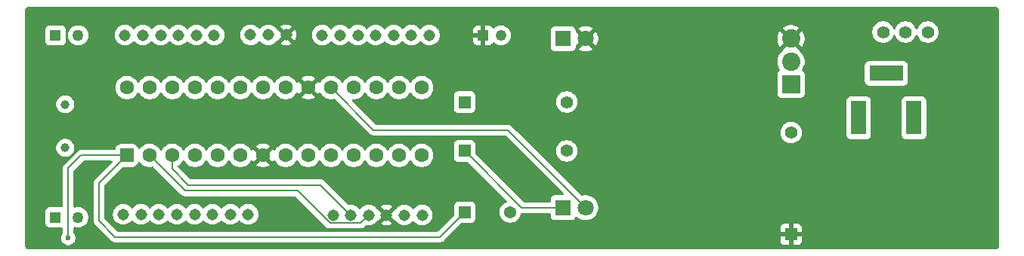
<source format=gbl>
G04 #@! TF.GenerationSoftware,KiCad,Pcbnew,9.0.3*
G04 #@! TF.CreationDate,2025-08-08T01:44:59-07:00*
G04 #@! TF.ProjectId,Untitled,556e7469-746c-4656-942e-6b696361645f,rev?*
G04 #@! TF.SameCoordinates,Original*
G04 #@! TF.FileFunction,Copper,L2,Bot*
G04 #@! TF.FilePolarity,Positive*
%FSLAX46Y46*%
G04 Gerber Fmt 4.6, Leading zero omitted, Abs format (unit mm)*
G04 Created by KiCad (PCBNEW 9.0.3) date 2025-08-08 01:44:59*
%MOMM*%
%LPD*%
G01*
G04 APERTURE LIST*
G04 Aperture macros list*
%AMRoundRect*
0 Rectangle with rounded corners*
0 $1 Rounding radius*
0 $2 $3 $4 $5 $6 $7 $8 $9 X,Y pos of 4 corners*
0 Add a 4 corners polygon primitive as box body*
4,1,4,$2,$3,$4,$5,$6,$7,$8,$9,$2,$3,0*
0 Add four circle primitives for the rounded corners*
1,1,$1+$1,$2,$3*
1,1,$1+$1,$4,$5*
1,1,$1+$1,$6,$7*
1,1,$1+$1,$8,$9*
0 Add four rect primitives between the rounded corners*
20,1,$1+$1,$2,$3,$4,$5,0*
20,1,$1+$1,$4,$5,$6,$7,0*
20,1,$1+$1,$6,$7,$8,$9,0*
20,1,$1+$1,$8,$9,$2,$3,0*%
G04 Aperture macros list end*
G04 #@! TA.AperFunction,ComponentPad*
%ADD10R,1.750000X3.800000*%
G04 #@! TD*
G04 #@! TA.AperFunction,ComponentPad*
%ADD11R,3.800000X1.750000*%
G04 #@! TD*
G04 #@! TA.AperFunction,ComponentPad*
%ADD12C,1.600000*%
G04 #@! TD*
G04 #@! TA.AperFunction,ComponentPad*
%ADD13RoundRect,0.250000X0.550000X-0.550000X0.550000X0.550000X-0.550000X0.550000X-0.550000X-0.550000X0*%
G04 #@! TD*
G04 #@! TA.AperFunction,ComponentPad*
%ADD14C,1.308000*%
G04 #@! TD*
G04 #@! TA.AperFunction,ComponentPad*
%ADD15R,1.397000X1.397000*%
G04 #@! TD*
G04 #@! TA.AperFunction,ComponentPad*
%ADD16C,1.397000*%
G04 #@! TD*
G04 #@! TA.AperFunction,ComponentPad*
%ADD17R,1.371600X1.371600*%
G04 #@! TD*
G04 #@! TA.AperFunction,ComponentPad*
%ADD18C,1.371600*%
G04 #@! TD*
G04 #@! TA.AperFunction,ComponentPad*
%ADD19R,2.055000X2.055000*%
G04 #@! TD*
G04 #@! TA.AperFunction,ComponentPad*
%ADD20C,2.055000*%
G04 #@! TD*
G04 #@! TA.AperFunction,ComponentPad*
%ADD21C,1.007000*%
G04 #@! TD*
G04 #@! TA.AperFunction,ComponentPad*
%ADD22R,1.800000X1.800000*%
G04 #@! TD*
G04 #@! TA.AperFunction,ComponentPad*
%ADD23C,1.800000*%
G04 #@! TD*
G04 #@! TA.AperFunction,ComponentPad*
%ADD24R,1.270000X1.270000*%
G04 #@! TD*
G04 #@! TA.AperFunction,ComponentPad*
%ADD25C,1.270000*%
G04 #@! TD*
G04 #@! TA.AperFunction,ComponentPad*
%ADD26R,1.219200X1.219200*%
G04 #@! TD*
G04 #@! TA.AperFunction,ComponentPad*
%ADD27C,1.219200*%
G04 #@! TD*
G04 #@! TA.AperFunction,ViaPad*
%ADD28C,0.600000*%
G04 #@! TD*
G04 #@! TA.AperFunction,Conductor*
%ADD29C,0.200000*%
G04 #@! TD*
G04 APERTURE END LIST*
D10*
X183723000Y-103762000D03*
D11*
X186823001Y-98762000D03*
D10*
X189923000Y-103762000D03*
D12*
X101745000Y-100380000D03*
X104285000Y-100380000D03*
X106825000Y-100380000D03*
X109365000Y-100380000D03*
X111905000Y-100380000D03*
X114445000Y-100380000D03*
X116985000Y-100380000D03*
X119525000Y-100380000D03*
X122065000Y-100380000D03*
X124605000Y-100380000D03*
X127145000Y-100380000D03*
X129685000Y-100380000D03*
X132225000Y-100380000D03*
X134765000Y-100380000D03*
X134765000Y-108000000D03*
X132225000Y-108000000D03*
X129685000Y-108000000D03*
X127145000Y-108000000D03*
X124605000Y-108000000D03*
X122065000Y-108000000D03*
X119525000Y-108000000D03*
X116985000Y-108000000D03*
X114445000Y-108000000D03*
X111905000Y-108000000D03*
X109365000Y-108000000D03*
X106825000Y-108000000D03*
X104285000Y-108000000D03*
D13*
X101745000Y-108000000D03*
D14*
X135623000Y-94462000D03*
X133623000Y-94462000D03*
X131623000Y-94462000D03*
X129623000Y-94462000D03*
X127623000Y-94462000D03*
X125623000Y-94462000D03*
X123623000Y-94462000D03*
D15*
X139570000Y-107500000D03*
D16*
X151000000Y-107500000D03*
D15*
X139570000Y-102000000D03*
D16*
X151000000Y-102000000D03*
X186463000Y-94126000D03*
X188963000Y-94126000D03*
X191463000Y-94126000D03*
D17*
X139605000Y-114380000D03*
D18*
X144685000Y-114380000D03*
D19*
X176145000Y-99980000D03*
D20*
X176145000Y-97430000D03*
X176145000Y-94880000D03*
D21*
X94825000Y-102254000D03*
X94825000Y-107134000D03*
D22*
X150605000Y-94880000D03*
D23*
X153145000Y-94880000D03*
D14*
X124825000Y-114700000D03*
X126825000Y-114700000D03*
X128825000Y-114700000D03*
X130825000Y-114700000D03*
X132825000Y-114700000D03*
X134825000Y-114700000D03*
D24*
X93745000Y-94500000D03*
D25*
X96285000Y-94500000D03*
D24*
X93730000Y-114954000D03*
D25*
X96270000Y-114954000D03*
D14*
X115579750Y-94443750D03*
X117579750Y-94443750D03*
X119579750Y-94443750D03*
D22*
X150605000Y-113880000D03*
D23*
X153145000Y-113880000D03*
D14*
X101325000Y-114634000D03*
X103325000Y-114634000D03*
X105325000Y-114634000D03*
X107325000Y-114634000D03*
X109325000Y-114634000D03*
X111325000Y-114634000D03*
X113325000Y-114634000D03*
X115325000Y-114634000D03*
X111523000Y-94462000D03*
X109523000Y-94462000D03*
X107523000Y-94462000D03*
X105523000Y-94462000D03*
X103523000Y-94462000D03*
X101523000Y-94462000D03*
D26*
X141638400Y-94500000D03*
D27*
X143645000Y-94500000D03*
D15*
X176145000Y-116877000D03*
D16*
X176145000Y-105447000D03*
D28*
X95173000Y-117287000D03*
D29*
X126825000Y-114700000D02*
X123437000Y-111312000D01*
X123437000Y-111312000D02*
X108623000Y-111312000D01*
X106798000Y-109487000D02*
X106798000Y-108027000D01*
X106798000Y-108027000D02*
X106825000Y-108000000D01*
X108623000Y-111312000D02*
X106798000Y-109487000D01*
X136823000Y-117162000D02*
X100423000Y-117162000D01*
X139605000Y-114380000D02*
X136823000Y-117162000D01*
X96585000Y-108000000D02*
X101745000Y-108000000D01*
X98623000Y-115362000D02*
X98623000Y-111122000D01*
X95173000Y-109412000D02*
X96585000Y-108000000D01*
X98623000Y-111122000D02*
X101745000Y-108000000D01*
X95173000Y-117287000D02*
X95173000Y-109412000D01*
X100423000Y-117162000D02*
X98623000Y-115362000D01*
X144427000Y-105162000D02*
X129387000Y-105162000D01*
X129387000Y-105162000D02*
X124605000Y-100380000D01*
X153145000Y-113880000D02*
X144427000Y-105162000D01*
X145950000Y-113880000D02*
X139570000Y-107500000D01*
X150605000Y-113880000D02*
X145950000Y-113880000D01*
X124489663Y-115612000D02*
X127913000Y-115612000D01*
X120864663Y-111987000D02*
X124489663Y-115612000D01*
X104285000Y-108000000D02*
X108272000Y-111987000D01*
X127913000Y-115612000D02*
X128825000Y-114700000D01*
X108272000Y-111987000D02*
X120864663Y-111987000D01*
G04 #@! TA.AperFunction,Conductor*
G36*
X199162630Y-91318025D02*
G01*
X199216886Y-91326618D01*
X199253777Y-91338605D01*
X199293910Y-91359054D01*
X199295818Y-91360440D01*
X199297042Y-91360707D01*
X199325296Y-91381858D01*
X199357141Y-91413703D01*
X199379945Y-91445089D01*
X199400394Y-91485222D01*
X199412382Y-91522118D01*
X199420973Y-91576357D01*
X199422500Y-91595756D01*
X199422500Y-118246243D01*
X199420973Y-118265640D01*
X199420973Y-118265642D01*
X199412382Y-118319881D01*
X199400394Y-118356777D01*
X199379945Y-118396910D01*
X199357141Y-118428296D01*
X199325296Y-118460141D01*
X199293910Y-118482945D01*
X199253777Y-118503394D01*
X199216881Y-118515382D01*
X199173732Y-118522216D01*
X199162640Y-118523973D01*
X199143243Y-118525500D01*
X90634757Y-118525500D01*
X90615359Y-118523973D01*
X90561119Y-118515382D01*
X90524222Y-118503394D01*
X90484089Y-118482945D01*
X90452703Y-118460141D01*
X90420858Y-118428296D01*
X90398054Y-118396910D01*
X90377605Y-118356777D01*
X90365618Y-118319886D01*
X90357025Y-118265630D01*
X90355500Y-118246243D01*
X90355500Y-114271135D01*
X92594500Y-114271135D01*
X92594500Y-115636870D01*
X92594501Y-115636876D01*
X92600908Y-115696483D01*
X92651202Y-115831328D01*
X92651206Y-115831335D01*
X92737452Y-115946544D01*
X92737455Y-115946547D01*
X92852664Y-116032793D01*
X92852671Y-116032797D01*
X92987517Y-116083091D01*
X92987516Y-116083091D01*
X92994444Y-116083835D01*
X93047127Y-116089500D01*
X94412872Y-116089499D01*
X94412877Y-116089498D01*
X94412883Y-116089498D01*
X94421454Y-116088576D01*
X94435243Y-116087094D01*
X94504002Y-116099498D01*
X94555140Y-116147107D01*
X94572500Y-116210383D01*
X94572500Y-116707234D01*
X94552815Y-116774273D01*
X94551602Y-116776125D01*
X94463609Y-116907814D01*
X94463602Y-116907827D01*
X94403264Y-117053498D01*
X94403261Y-117053510D01*
X94372500Y-117208153D01*
X94372500Y-117365846D01*
X94403261Y-117520489D01*
X94403264Y-117520501D01*
X94463602Y-117666172D01*
X94463609Y-117666185D01*
X94551210Y-117797288D01*
X94551213Y-117797292D01*
X94662707Y-117908786D01*
X94662711Y-117908789D01*
X94793814Y-117996390D01*
X94793827Y-117996397D01*
X94939498Y-118056735D01*
X94939503Y-118056737D01*
X95094153Y-118087499D01*
X95094156Y-118087500D01*
X95094158Y-118087500D01*
X95251844Y-118087500D01*
X95251845Y-118087499D01*
X95406497Y-118056737D01*
X95552179Y-117996394D01*
X95683289Y-117908789D01*
X95794789Y-117797289D01*
X95882394Y-117666179D01*
X95942737Y-117520497D01*
X95973500Y-117365842D01*
X95973500Y-117208158D01*
X95973500Y-117208155D01*
X95973499Y-117208153D01*
X95961918Y-117149930D01*
X95942737Y-117053503D01*
X95915587Y-116987957D01*
X95882397Y-116907827D01*
X95882390Y-116907814D01*
X95794398Y-116776125D01*
X95773520Y-116709447D01*
X95773500Y-116707234D01*
X95773500Y-116157284D01*
X95793185Y-116090245D01*
X95845989Y-116044490D01*
X95915147Y-116034546D01*
X95935816Y-116039352D01*
X95955620Y-116045787D01*
X96004102Y-116061540D01*
X96064588Y-116071120D01*
X96180634Y-116089500D01*
X96180635Y-116089500D01*
X96359365Y-116089500D01*
X96359366Y-116089500D01*
X96535897Y-116061540D01*
X96535900Y-116061539D01*
X96535901Y-116061539D01*
X96705878Y-116006310D01*
X96705878Y-116006309D01*
X96705881Y-116006309D01*
X96865132Y-115925167D01*
X97009728Y-115820111D01*
X97136111Y-115693728D01*
X97241167Y-115549132D01*
X97322309Y-115389881D01*
X97326429Y-115377201D01*
X97377539Y-115219901D01*
X97377539Y-115219900D01*
X97377540Y-115219897D01*
X97405500Y-115043366D01*
X97405500Y-114864634D01*
X97377540Y-114688103D01*
X97377539Y-114688099D01*
X97377539Y-114688098D01*
X97322310Y-114518121D01*
X97322308Y-114518118D01*
X97305613Y-114485351D01*
X97241167Y-114358868D01*
X97136111Y-114214272D01*
X97009728Y-114087889D01*
X96865132Y-113982833D01*
X96705881Y-113901691D01*
X96705878Y-113901689D01*
X96535899Y-113846460D01*
X96399824Y-113824908D01*
X96359366Y-113818500D01*
X96180634Y-113818500D01*
X96140176Y-113824908D01*
X96004101Y-113846460D01*
X96004094Y-113846461D01*
X95935817Y-113868646D01*
X95865976Y-113870641D01*
X95806144Y-113834560D01*
X95775316Y-113771859D01*
X95773500Y-113750715D01*
X95773500Y-109712097D01*
X95793185Y-109645058D01*
X95809819Y-109624416D01*
X96797417Y-108636819D01*
X96858740Y-108603334D01*
X96885098Y-108600500D01*
X99995902Y-108600500D01*
X100062941Y-108620185D01*
X100108696Y-108672989D01*
X100118640Y-108742147D01*
X100089615Y-108805703D01*
X100083583Y-108812181D01*
X98142481Y-110753282D01*
X98142479Y-110753285D01*
X98097335Y-110831479D01*
X98097333Y-110831481D01*
X98063425Y-110890209D01*
X98063424Y-110890210D01*
X98063423Y-110890215D01*
X98022499Y-111042943D01*
X98022499Y-111042945D01*
X98022499Y-111211046D01*
X98022500Y-111211059D01*
X98022500Y-115275330D01*
X98022499Y-115275348D01*
X98022499Y-115441054D01*
X98022498Y-115441054D01*
X98025460Y-115452107D01*
X98063423Y-115593785D01*
X98063424Y-115593786D01*
X98067298Y-115600498D01*
X98067300Y-115600500D01*
X98142477Y-115730712D01*
X98142481Y-115730717D01*
X98261349Y-115849585D01*
X98261355Y-115849590D01*
X99938139Y-117526374D01*
X99938149Y-117526385D01*
X99942479Y-117530715D01*
X99942480Y-117530716D01*
X100054284Y-117642520D01*
X100054286Y-117642521D01*
X100054290Y-117642524D01*
X100191209Y-117721573D01*
X100191216Y-117721577D01*
X100303019Y-117751534D01*
X100343942Y-117762500D01*
X100343943Y-117762500D01*
X136736331Y-117762500D01*
X136736347Y-117762501D01*
X136743943Y-117762501D01*
X136902054Y-117762501D01*
X136902057Y-117762501D01*
X137054785Y-117721577D01*
X137104904Y-117692639D01*
X137191716Y-117642520D01*
X137303520Y-117530716D01*
X137303520Y-117530714D01*
X137313728Y-117520507D01*
X137313730Y-117520504D01*
X138703579Y-116130655D01*
X174946500Y-116130655D01*
X174946500Y-116627000D01*
X175776073Y-116627000D01*
X175730792Y-116705429D01*
X175700500Y-116818480D01*
X175700500Y-116935520D01*
X175730792Y-117048571D01*
X175776073Y-117127000D01*
X174946500Y-117127000D01*
X174946500Y-117623344D01*
X174952901Y-117682872D01*
X174952903Y-117682879D01*
X175003145Y-117817586D01*
X175003149Y-117817593D01*
X175089309Y-117932687D01*
X175089312Y-117932690D01*
X175204406Y-118018850D01*
X175204413Y-118018854D01*
X175339120Y-118069096D01*
X175339127Y-118069098D01*
X175398655Y-118075499D01*
X175398672Y-118075500D01*
X175895000Y-118075500D01*
X175895000Y-117245927D01*
X175973429Y-117291208D01*
X176086480Y-117321500D01*
X176203520Y-117321500D01*
X176316571Y-117291208D01*
X176395000Y-117245927D01*
X176395000Y-118075500D01*
X176891328Y-118075500D01*
X176891344Y-118075499D01*
X176950872Y-118069098D01*
X176950879Y-118069096D01*
X177085586Y-118018854D01*
X177085593Y-118018850D01*
X177200687Y-117932690D01*
X177200690Y-117932687D01*
X177286850Y-117817593D01*
X177286854Y-117817586D01*
X177337096Y-117682879D01*
X177337098Y-117682872D01*
X177343499Y-117623344D01*
X177343500Y-117623327D01*
X177343500Y-117127000D01*
X176513927Y-117127000D01*
X176559208Y-117048571D01*
X176589500Y-116935520D01*
X176589500Y-116818480D01*
X176559208Y-116705429D01*
X176513927Y-116627000D01*
X177343500Y-116627000D01*
X177343500Y-116130672D01*
X177343499Y-116130655D01*
X177337098Y-116071127D01*
X177337096Y-116071120D01*
X177286854Y-115936413D01*
X177286850Y-115936406D01*
X177200690Y-115821312D01*
X177200687Y-115821309D01*
X177085593Y-115735149D01*
X177085586Y-115735145D01*
X176950879Y-115684903D01*
X176950872Y-115684901D01*
X176891344Y-115678500D01*
X176395000Y-115678500D01*
X176395000Y-116508072D01*
X176316571Y-116462792D01*
X176203520Y-116432500D01*
X176086480Y-116432500D01*
X175973429Y-116462792D01*
X175895000Y-116508072D01*
X175895000Y-115678500D01*
X175398655Y-115678500D01*
X175339127Y-115684901D01*
X175339120Y-115684903D01*
X175204413Y-115735145D01*
X175204406Y-115735149D01*
X175089312Y-115821309D01*
X175089309Y-115821312D01*
X175003149Y-115936406D01*
X175003145Y-115936413D01*
X174952903Y-116071120D01*
X174952901Y-116071127D01*
X174946500Y-116130655D01*
X138703579Y-116130655D01*
X139231616Y-115602618D01*
X139292939Y-115569133D01*
X139319297Y-115566299D01*
X140338671Y-115566299D01*
X140338672Y-115566299D01*
X140398283Y-115559891D01*
X140533131Y-115509596D01*
X140648346Y-115423346D01*
X140734596Y-115308131D01*
X140784891Y-115173283D01*
X140791300Y-115113673D01*
X140791299Y-113646328D01*
X140784891Y-113586717D01*
X140780714Y-113575519D01*
X140734597Y-113451871D01*
X140734593Y-113451864D01*
X140648347Y-113336655D01*
X140648344Y-113336652D01*
X140533135Y-113250406D01*
X140533128Y-113250402D01*
X140398282Y-113200108D01*
X140398283Y-113200108D01*
X140338683Y-113193701D01*
X140338681Y-113193700D01*
X140338673Y-113193700D01*
X140338664Y-113193700D01*
X138871329Y-113193700D01*
X138871323Y-113193701D01*
X138811716Y-113200108D01*
X138676871Y-113250402D01*
X138676864Y-113250406D01*
X138561655Y-113336652D01*
X138561652Y-113336655D01*
X138475406Y-113451864D01*
X138475402Y-113451871D01*
X138425108Y-113586717D01*
X138420446Y-113630083D01*
X138418701Y-113646323D01*
X138418700Y-113646335D01*
X138418700Y-114665702D01*
X138399015Y-114732741D01*
X138382381Y-114753383D01*
X136610584Y-116525181D01*
X136549261Y-116558666D01*
X136522903Y-116561500D01*
X100723097Y-116561500D01*
X100656058Y-116541815D01*
X100635416Y-116525181D01*
X99259819Y-115149584D01*
X99226334Y-115088261D01*
X99223500Y-115061903D01*
X99223500Y-114543139D01*
X100170500Y-114543139D01*
X100170500Y-114724861D01*
X100180953Y-114790860D01*
X100198928Y-114904347D01*
X100198928Y-114904350D01*
X100255081Y-115077171D01*
X100255083Y-115077174D01*
X100337583Y-115239090D01*
X100444397Y-115386106D01*
X100572894Y-115514603D01*
X100719910Y-115621417D01*
X100881826Y-115703917D01*
X100881828Y-115703918D01*
X101043029Y-115756294D01*
X101054654Y-115760072D01*
X101234139Y-115788500D01*
X101234140Y-115788500D01*
X101415860Y-115788500D01*
X101415861Y-115788500D01*
X101595346Y-115760072D01*
X101595349Y-115760071D01*
X101595350Y-115760071D01*
X101768171Y-115703918D01*
X101768171Y-115703917D01*
X101768174Y-115703917D01*
X101930090Y-115621417D01*
X102077106Y-115514603D01*
X102205603Y-115386106D01*
X102224682Y-115359845D01*
X102280012Y-115317180D01*
X102349625Y-115311201D01*
X102411420Y-115343807D01*
X102425317Y-115359845D01*
X102444397Y-115386106D01*
X102572894Y-115514603D01*
X102719910Y-115621417D01*
X102881826Y-115703917D01*
X102881828Y-115703918D01*
X103043029Y-115756294D01*
X103054654Y-115760072D01*
X103234139Y-115788500D01*
X103234140Y-115788500D01*
X103415860Y-115788500D01*
X103415861Y-115788500D01*
X103595346Y-115760072D01*
X103595349Y-115760071D01*
X103595350Y-115760071D01*
X103768171Y-115703918D01*
X103768171Y-115703917D01*
X103768174Y-115703917D01*
X103930090Y-115621417D01*
X104077106Y-115514603D01*
X104205603Y-115386106D01*
X104224682Y-115359845D01*
X104280012Y-115317180D01*
X104349625Y-115311201D01*
X104411420Y-115343807D01*
X104425317Y-115359845D01*
X104444397Y-115386106D01*
X104572894Y-115514603D01*
X104719910Y-115621417D01*
X104881826Y-115703917D01*
X104881828Y-115703918D01*
X105043029Y-115756294D01*
X105054654Y-115760072D01*
X105234139Y-115788500D01*
X105234140Y-115788500D01*
X105415860Y-115788500D01*
X105415861Y-115788500D01*
X105595346Y-115760072D01*
X105595349Y-115760071D01*
X105595350Y-115760071D01*
X105768171Y-115703918D01*
X105768171Y-115703917D01*
X105768174Y-115703917D01*
X105930090Y-115621417D01*
X106077106Y-115514603D01*
X106205603Y-115386106D01*
X106224682Y-115359845D01*
X106280012Y-115317180D01*
X106349625Y-115311201D01*
X106411420Y-115343807D01*
X106425317Y-115359845D01*
X106444397Y-115386106D01*
X106572894Y-115514603D01*
X106719910Y-115621417D01*
X106881826Y-115703917D01*
X106881828Y-115703918D01*
X107043029Y-115756294D01*
X107054654Y-115760072D01*
X107234139Y-115788500D01*
X107234140Y-115788500D01*
X107415860Y-115788500D01*
X107415861Y-115788500D01*
X107595346Y-115760072D01*
X107595349Y-115760071D01*
X107595350Y-115760071D01*
X107768171Y-115703918D01*
X107768171Y-115703917D01*
X107768174Y-115703917D01*
X107930090Y-115621417D01*
X108077106Y-115514603D01*
X108205603Y-115386106D01*
X108224682Y-115359845D01*
X108280012Y-115317180D01*
X108349625Y-115311201D01*
X108411420Y-115343807D01*
X108425317Y-115359845D01*
X108444397Y-115386106D01*
X108572894Y-115514603D01*
X108719910Y-115621417D01*
X108881826Y-115703917D01*
X108881828Y-115703918D01*
X109043029Y-115756294D01*
X109054654Y-115760072D01*
X109234139Y-115788500D01*
X109234140Y-115788500D01*
X109415860Y-115788500D01*
X109415861Y-115788500D01*
X109595346Y-115760072D01*
X109595349Y-115760071D01*
X109595350Y-115760071D01*
X109768171Y-115703918D01*
X109768171Y-115703917D01*
X109768174Y-115703917D01*
X109930090Y-115621417D01*
X110077106Y-115514603D01*
X110205603Y-115386106D01*
X110224682Y-115359845D01*
X110280012Y-115317180D01*
X110349625Y-115311201D01*
X110411420Y-115343807D01*
X110425317Y-115359845D01*
X110444397Y-115386106D01*
X110572894Y-115514603D01*
X110719910Y-115621417D01*
X110881826Y-115703917D01*
X110881828Y-115703918D01*
X111043029Y-115756294D01*
X111054654Y-115760072D01*
X111234139Y-115788500D01*
X111234140Y-115788500D01*
X111415860Y-115788500D01*
X111415861Y-115788500D01*
X111595346Y-115760072D01*
X111595349Y-115760071D01*
X111595350Y-115760071D01*
X111768171Y-115703918D01*
X111768171Y-115703917D01*
X111768174Y-115703917D01*
X111930090Y-115621417D01*
X112077106Y-115514603D01*
X112205603Y-115386106D01*
X112224682Y-115359845D01*
X112280012Y-115317180D01*
X112349625Y-115311201D01*
X112411420Y-115343807D01*
X112425317Y-115359845D01*
X112444397Y-115386106D01*
X112572894Y-115514603D01*
X112719910Y-115621417D01*
X112881826Y-115703917D01*
X112881828Y-115703918D01*
X113043029Y-115756294D01*
X113054654Y-115760072D01*
X113234139Y-115788500D01*
X113234140Y-115788500D01*
X113415860Y-115788500D01*
X113415861Y-115788500D01*
X113595346Y-115760072D01*
X113595349Y-115760071D01*
X113595350Y-115760071D01*
X113768171Y-115703918D01*
X113768171Y-115703917D01*
X113768174Y-115703917D01*
X113930090Y-115621417D01*
X114077106Y-115514603D01*
X114205603Y-115386106D01*
X114224682Y-115359845D01*
X114280012Y-115317180D01*
X114349625Y-115311201D01*
X114411420Y-115343807D01*
X114425317Y-115359845D01*
X114444397Y-115386106D01*
X114572894Y-115514603D01*
X114719910Y-115621417D01*
X114881826Y-115703917D01*
X114881828Y-115703918D01*
X115043029Y-115756294D01*
X115054654Y-115760072D01*
X115234139Y-115788500D01*
X115234140Y-115788500D01*
X115415860Y-115788500D01*
X115415861Y-115788500D01*
X115595346Y-115760072D01*
X115595349Y-115760071D01*
X115595350Y-115760071D01*
X115768171Y-115703918D01*
X115768171Y-115703917D01*
X115768174Y-115703917D01*
X115930090Y-115621417D01*
X116077106Y-115514603D01*
X116205603Y-115386106D01*
X116312417Y-115239090D01*
X116394917Y-115077174D01*
X116412737Y-115022331D01*
X116451071Y-114904350D01*
X116451071Y-114904349D01*
X116451072Y-114904346D01*
X116479500Y-114724861D01*
X116479500Y-114543139D01*
X116451072Y-114363654D01*
X116451071Y-114363650D01*
X116451071Y-114363649D01*
X116394918Y-114190828D01*
X116394916Y-114190825D01*
X116349764Y-114102207D01*
X116312417Y-114028910D01*
X116205603Y-113881894D01*
X116077106Y-113753397D01*
X115930090Y-113646583D01*
X115768174Y-113564083D01*
X115768171Y-113564081D01*
X115595348Y-113507928D01*
X115475689Y-113488976D01*
X115415861Y-113479500D01*
X115234139Y-113479500D01*
X115174310Y-113488976D01*
X115054652Y-113507928D01*
X115054649Y-113507928D01*
X114881828Y-113564081D01*
X114881825Y-113564083D01*
X114719909Y-113646583D01*
X114636030Y-113707525D01*
X114572894Y-113753397D01*
X114572892Y-113753399D01*
X114572891Y-113753399D01*
X114444396Y-113881894D01*
X114425317Y-113908155D01*
X114369986Y-113950820D01*
X114300373Y-113956798D01*
X114238578Y-113924191D01*
X114224683Y-113908155D01*
X114205603Y-113881894D01*
X114077108Y-113753399D01*
X114077106Y-113753397D01*
X113930090Y-113646583D01*
X113768174Y-113564083D01*
X113768171Y-113564081D01*
X113595348Y-113507928D01*
X113475689Y-113488976D01*
X113415861Y-113479500D01*
X113234139Y-113479500D01*
X113174310Y-113488976D01*
X113054652Y-113507928D01*
X113054649Y-113507928D01*
X112881828Y-113564081D01*
X112881825Y-113564083D01*
X112719909Y-113646583D01*
X112636030Y-113707525D01*
X112572894Y-113753397D01*
X112572892Y-113753399D01*
X112572891Y-113753399D01*
X112444396Y-113881894D01*
X112425317Y-113908155D01*
X112369986Y-113950820D01*
X112300373Y-113956798D01*
X112238578Y-113924191D01*
X112224683Y-113908155D01*
X112205603Y-113881894D01*
X112077108Y-113753399D01*
X112077106Y-113753397D01*
X111930090Y-113646583D01*
X111768174Y-113564083D01*
X111768171Y-113564081D01*
X111595348Y-113507928D01*
X111475689Y-113488976D01*
X111415861Y-113479500D01*
X111234139Y-113479500D01*
X111174310Y-113488976D01*
X111054652Y-113507928D01*
X111054649Y-113507928D01*
X110881828Y-113564081D01*
X110881825Y-113564083D01*
X110719909Y-113646583D01*
X110636030Y-113707525D01*
X110572894Y-113753397D01*
X110572892Y-113753399D01*
X110572891Y-113753399D01*
X110444396Y-113881894D01*
X110425317Y-113908155D01*
X110369986Y-113950820D01*
X110300373Y-113956798D01*
X110238578Y-113924191D01*
X110224683Y-113908155D01*
X110205603Y-113881894D01*
X110077108Y-113753399D01*
X110077106Y-113753397D01*
X109930090Y-113646583D01*
X109768174Y-113564083D01*
X109768171Y-113564081D01*
X109595348Y-113507928D01*
X109475689Y-113488976D01*
X109415861Y-113479500D01*
X109234139Y-113479500D01*
X109174310Y-113488976D01*
X109054652Y-113507928D01*
X109054649Y-113507928D01*
X108881828Y-113564081D01*
X108881825Y-113564083D01*
X108719909Y-113646583D01*
X108636030Y-113707525D01*
X108572894Y-113753397D01*
X108572892Y-113753399D01*
X108572891Y-113753399D01*
X108444396Y-113881894D01*
X108425317Y-113908155D01*
X108369986Y-113950820D01*
X108300373Y-113956798D01*
X108238578Y-113924191D01*
X108224683Y-113908155D01*
X108205603Y-113881894D01*
X108077108Y-113753399D01*
X108077106Y-113753397D01*
X107930090Y-113646583D01*
X107768174Y-113564083D01*
X107768171Y-113564081D01*
X107595348Y-113507928D01*
X107475689Y-113488976D01*
X107415861Y-113479500D01*
X107234139Y-113479500D01*
X107174310Y-113488976D01*
X107054652Y-113507928D01*
X107054649Y-113507928D01*
X106881828Y-113564081D01*
X106881825Y-113564083D01*
X106719909Y-113646583D01*
X106636030Y-113707525D01*
X106572894Y-113753397D01*
X106572892Y-113753399D01*
X106572891Y-113753399D01*
X106444396Y-113881894D01*
X106425317Y-113908155D01*
X106369986Y-113950820D01*
X106300373Y-113956798D01*
X106238578Y-113924191D01*
X106224683Y-113908155D01*
X106205603Y-113881894D01*
X106077108Y-113753399D01*
X106077106Y-113753397D01*
X105930090Y-113646583D01*
X105768174Y-113564083D01*
X105768171Y-113564081D01*
X105595348Y-113507928D01*
X105475689Y-113488976D01*
X105415861Y-113479500D01*
X105234139Y-113479500D01*
X105174310Y-113488976D01*
X105054652Y-113507928D01*
X105054649Y-113507928D01*
X104881828Y-113564081D01*
X104881825Y-113564083D01*
X104719909Y-113646583D01*
X104636030Y-113707525D01*
X104572894Y-113753397D01*
X104572892Y-113753399D01*
X104572891Y-113753399D01*
X104444396Y-113881894D01*
X104425317Y-113908155D01*
X104369986Y-113950820D01*
X104300373Y-113956798D01*
X104238578Y-113924191D01*
X104224683Y-113908155D01*
X104205603Y-113881894D01*
X104077108Y-113753399D01*
X104077106Y-113753397D01*
X103930090Y-113646583D01*
X103768174Y-113564083D01*
X103768171Y-113564081D01*
X103595348Y-113507928D01*
X103475689Y-113488976D01*
X103415861Y-113479500D01*
X103234139Y-113479500D01*
X103174310Y-113488976D01*
X103054652Y-113507928D01*
X103054649Y-113507928D01*
X102881828Y-113564081D01*
X102881825Y-113564083D01*
X102719909Y-113646583D01*
X102636030Y-113707525D01*
X102572894Y-113753397D01*
X102572892Y-113753399D01*
X102572891Y-113753399D01*
X102444396Y-113881894D01*
X102425317Y-113908155D01*
X102369986Y-113950820D01*
X102300373Y-113956798D01*
X102238578Y-113924191D01*
X102224683Y-113908155D01*
X102205603Y-113881894D01*
X102077108Y-113753399D01*
X102077106Y-113753397D01*
X101930090Y-113646583D01*
X101768174Y-113564083D01*
X101768171Y-113564081D01*
X101595348Y-113507928D01*
X101475689Y-113488976D01*
X101415861Y-113479500D01*
X101234139Y-113479500D01*
X101174310Y-113488976D01*
X101054652Y-113507928D01*
X101054649Y-113507928D01*
X100881828Y-113564081D01*
X100881825Y-113564083D01*
X100719909Y-113646583D01*
X100636030Y-113707525D01*
X100572894Y-113753397D01*
X100572892Y-113753399D01*
X100572891Y-113753399D01*
X100444399Y-113881891D01*
X100444399Y-113881892D01*
X100444397Y-113881894D01*
X100398525Y-113945030D01*
X100337583Y-114028909D01*
X100255083Y-114190825D01*
X100255081Y-114190828D01*
X100198928Y-114363649D01*
X100198928Y-114363652D01*
X100173853Y-114521969D01*
X100170500Y-114543139D01*
X99223500Y-114543139D01*
X99223500Y-111422096D01*
X99243185Y-111355057D01*
X99259814Y-111334420D01*
X101257416Y-109336817D01*
X101318739Y-109303333D01*
X101345097Y-109300499D01*
X102345002Y-109300499D01*
X102345008Y-109300499D01*
X102447797Y-109289999D01*
X102614334Y-109234814D01*
X102763656Y-109142712D01*
X102887712Y-109018656D01*
X102979814Y-108869334D01*
X103006955Y-108787427D01*
X103046726Y-108729984D01*
X103111242Y-108703161D01*
X103180018Y-108715476D01*
X103224977Y-108753547D01*
X103262871Y-108805703D01*
X103293034Y-108847219D01*
X103437786Y-108991971D01*
X103558226Y-109079474D01*
X103603390Y-109112287D01*
X103711498Y-109167371D01*
X103785776Y-109205218D01*
X103785778Y-109205218D01*
X103785781Y-109205220D01*
X103876856Y-109234812D01*
X103980465Y-109268477D01*
X104081557Y-109284488D01*
X104182648Y-109300500D01*
X104182649Y-109300500D01*
X104387351Y-109300500D01*
X104387352Y-109300500D01*
X104589534Y-109268477D01*
X104603842Y-109263827D01*
X104673682Y-109261831D01*
X104729842Y-109294077D01*
X107787139Y-112351374D01*
X107787149Y-112351385D01*
X107791479Y-112355715D01*
X107791480Y-112355716D01*
X107903284Y-112467520D01*
X107903286Y-112467521D01*
X107903290Y-112467524D01*
X108026756Y-112538806D01*
X108040216Y-112546577D01*
X108152019Y-112576534D01*
X108192942Y-112587500D01*
X108192943Y-112587500D01*
X120564566Y-112587500D01*
X120631605Y-112607185D01*
X120652247Y-112623819D01*
X124004802Y-115976374D01*
X124004812Y-115976385D01*
X124009142Y-115980715D01*
X124009143Y-115980716D01*
X124120947Y-116092520D01*
X124133034Y-116099498D01*
X124207758Y-116142639D01*
X124207760Y-116142641D01*
X124245814Y-116164611D01*
X124257878Y-116171577D01*
X124410606Y-116212500D01*
X124568720Y-116212500D01*
X127826331Y-116212500D01*
X127826347Y-116212501D01*
X127833943Y-116212501D01*
X127992054Y-116212501D01*
X127992057Y-116212501D01*
X128144785Y-116171577D01*
X128194904Y-116142639D01*
X128281716Y-116092520D01*
X128393520Y-115980716D01*
X128393521Y-115980713D01*
X128504376Y-115869858D01*
X128565699Y-115836375D01*
X128611452Y-115835068D01*
X128734139Y-115854500D01*
X128734140Y-115854500D01*
X128915860Y-115854500D01*
X128915861Y-115854500D01*
X129095346Y-115826072D01*
X129095349Y-115826071D01*
X129095350Y-115826071D01*
X129268171Y-115769918D01*
X129268171Y-115769917D01*
X129268174Y-115769917D01*
X129430090Y-115687417D01*
X129577106Y-115580603D01*
X129705603Y-115452106D01*
X129765625Y-115369492D01*
X129769188Y-115365397D01*
X129794221Y-115349376D01*
X129817758Y-115331227D01*
X129824025Y-115330302D01*
X129828038Y-115327735D01*
X129841272Y-115327760D01*
X129844102Y-115327342D01*
X130425000Y-114746445D01*
X130425000Y-114752661D01*
X130452259Y-114854394D01*
X130504920Y-114945606D01*
X130579394Y-115020080D01*
X130670606Y-115072741D01*
X130772339Y-115100000D01*
X130778554Y-115100000D01*
X130203602Y-115674949D01*
X130203603Y-115674950D01*
X130220165Y-115686985D01*
X130220179Y-115686993D01*
X130382012Y-115769450D01*
X130554774Y-115825584D01*
X130734179Y-115854000D01*
X130915821Y-115854000D01*
X131095225Y-115825584D01*
X131267984Y-115769451D01*
X131429831Y-115686986D01*
X131446395Y-115674949D01*
X130871447Y-115100000D01*
X130877661Y-115100000D01*
X130979394Y-115072741D01*
X131070606Y-115020080D01*
X131145080Y-114945606D01*
X131197741Y-114854394D01*
X131225000Y-114752661D01*
X131225000Y-114746446D01*
X131808146Y-115329592D01*
X131845902Y-115337524D01*
X131887568Y-115373888D01*
X131944397Y-115452106D01*
X132072894Y-115580603D01*
X132219910Y-115687417D01*
X132381826Y-115769917D01*
X132381828Y-115769918D01*
X132536302Y-115820109D01*
X132554654Y-115826072D01*
X132734139Y-115854500D01*
X132734140Y-115854500D01*
X132915860Y-115854500D01*
X132915861Y-115854500D01*
X133095346Y-115826072D01*
X133095349Y-115826071D01*
X133095350Y-115826071D01*
X133268171Y-115769918D01*
X133268171Y-115769917D01*
X133268174Y-115769917D01*
X133430090Y-115687417D01*
X133577106Y-115580603D01*
X133705603Y-115452106D01*
X133724682Y-115425845D01*
X133780012Y-115383180D01*
X133849625Y-115377201D01*
X133911420Y-115409807D01*
X133925317Y-115425845D01*
X133944397Y-115452106D01*
X134072894Y-115580603D01*
X134219910Y-115687417D01*
X134381826Y-115769917D01*
X134381828Y-115769918D01*
X134536302Y-115820109D01*
X134554654Y-115826072D01*
X134734139Y-115854500D01*
X134734140Y-115854500D01*
X134915860Y-115854500D01*
X134915861Y-115854500D01*
X135095346Y-115826072D01*
X135095349Y-115826071D01*
X135095350Y-115826071D01*
X135268171Y-115769918D01*
X135268171Y-115769917D01*
X135268174Y-115769917D01*
X135430090Y-115687417D01*
X135577106Y-115580603D01*
X135705603Y-115452106D01*
X135812417Y-115305090D01*
X135894917Y-115143174D01*
X135917802Y-115072741D01*
X135951071Y-114970350D01*
X135951071Y-114970349D01*
X135951072Y-114970346D01*
X135979500Y-114790861D01*
X135979500Y-114609139D01*
X135951072Y-114429654D01*
X135951071Y-114429650D01*
X135951071Y-114429649D01*
X135894918Y-114256828D01*
X135894916Y-114256825D01*
X135873235Y-114214272D01*
X135812417Y-114094910D01*
X135705603Y-113947894D01*
X135577106Y-113819397D01*
X135430090Y-113712583D01*
X135268174Y-113630083D01*
X135268171Y-113630081D01*
X135095348Y-113573928D01*
X134957209Y-113552049D01*
X134915861Y-113545500D01*
X134734139Y-113545500D01*
X134692791Y-113552049D01*
X134554652Y-113573928D01*
X134554649Y-113573928D01*
X134381828Y-113630081D01*
X134381825Y-113630083D01*
X134219909Y-113712583D01*
X134163732Y-113753399D01*
X134072894Y-113819397D01*
X134072892Y-113819399D01*
X134072891Y-113819399D01*
X133944396Y-113947894D01*
X133925317Y-113974155D01*
X133869986Y-114016820D01*
X133800373Y-114022798D01*
X133738578Y-113990191D01*
X133724683Y-113974155D01*
X133705603Y-113947894D01*
X133577108Y-113819399D01*
X133577106Y-113819397D01*
X133430090Y-113712583D01*
X133268174Y-113630083D01*
X133268171Y-113630081D01*
X133095348Y-113573928D01*
X132957209Y-113552049D01*
X132915861Y-113545500D01*
X132734139Y-113545500D01*
X132692791Y-113552049D01*
X132554652Y-113573928D01*
X132554649Y-113573928D01*
X132381828Y-113630081D01*
X132381825Y-113630083D01*
X132219909Y-113712583D01*
X132163732Y-113753399D01*
X132072894Y-113819397D01*
X132072892Y-113819399D01*
X132072891Y-113819399D01*
X131944399Y-113947891D01*
X131944392Y-113947900D01*
X131887571Y-114026106D01*
X131832241Y-114068772D01*
X131805896Y-114072656D01*
X131225000Y-114653552D01*
X131225000Y-114647339D01*
X131197741Y-114545606D01*
X131145080Y-114454394D01*
X131070606Y-114379920D01*
X130979394Y-114327259D01*
X130877661Y-114300000D01*
X130871447Y-114300000D01*
X131446396Y-113725049D01*
X131446395Y-113725048D01*
X131429834Y-113713014D01*
X131429830Y-113713012D01*
X131267984Y-113630548D01*
X131095225Y-113574415D01*
X130915821Y-113546000D01*
X130734179Y-113546000D01*
X130554774Y-113574415D01*
X130382015Y-113630548D01*
X130220170Y-113713012D01*
X130220161Y-113713018D01*
X130203603Y-113725048D01*
X130203602Y-113725049D01*
X130778554Y-114300000D01*
X130772339Y-114300000D01*
X130670606Y-114327259D01*
X130579394Y-114379920D01*
X130504920Y-114454394D01*
X130452259Y-114545606D01*
X130425000Y-114647339D01*
X130425000Y-114653553D01*
X129842775Y-114071329D01*
X129833817Y-114068716D01*
X129804096Y-114062473D01*
X129799318Y-114058658D01*
X129795904Y-114057663D01*
X129783904Y-114046351D01*
X129769187Y-114034601D01*
X129765621Y-114030502D01*
X129705603Y-113947894D01*
X129577106Y-113819397D01*
X129430090Y-113712583D01*
X129268174Y-113630083D01*
X129268171Y-113630081D01*
X129095348Y-113573928D01*
X128957209Y-113552049D01*
X128915861Y-113545500D01*
X128734139Y-113545500D01*
X128692791Y-113552049D01*
X128554652Y-113573928D01*
X128554649Y-113573928D01*
X128381828Y-113630081D01*
X128381825Y-113630083D01*
X128219909Y-113712583D01*
X128163732Y-113753399D01*
X128072894Y-113819397D01*
X128072892Y-113819399D01*
X128072891Y-113819399D01*
X127944396Y-113947894D01*
X127925317Y-113974155D01*
X127869986Y-114016820D01*
X127800373Y-114022798D01*
X127738578Y-113990191D01*
X127724683Y-113974155D01*
X127705603Y-113947894D01*
X127577108Y-113819399D01*
X127577106Y-113819397D01*
X127430090Y-113712583D01*
X127268174Y-113630083D01*
X127268171Y-113630081D01*
X127095348Y-113573928D01*
X126957209Y-113552049D01*
X126915861Y-113545500D01*
X126734139Y-113545500D01*
X126611453Y-113564931D01*
X126542160Y-113555976D01*
X126504375Y-113530139D01*
X123924590Y-110950355D01*
X123924588Y-110950352D01*
X123805717Y-110831481D01*
X123805716Y-110831480D01*
X123718904Y-110781360D01*
X123718904Y-110781359D01*
X123718900Y-110781358D01*
X123668785Y-110752423D01*
X123516057Y-110711499D01*
X123357943Y-110711499D01*
X123350347Y-110711499D01*
X123350331Y-110711500D01*
X108923098Y-110711500D01*
X108856059Y-110691815D01*
X108835417Y-110675181D01*
X107472219Y-109311983D01*
X107438734Y-109250660D01*
X107443718Y-109180968D01*
X107485590Y-109125035D01*
X107503601Y-109113819D01*
X107506610Y-109112287D01*
X107672219Y-108991966D01*
X107816966Y-108847219D01*
X107816968Y-108847215D01*
X107816971Y-108847213D01*
X107937284Y-108681614D01*
X107937286Y-108681611D01*
X107937287Y-108681610D01*
X107984516Y-108588917D01*
X108032489Y-108538123D01*
X108100310Y-108521328D01*
X108166445Y-108543865D01*
X108205483Y-108588917D01*
X108232682Y-108642297D01*
X108252715Y-108681614D01*
X108373028Y-108847213D01*
X108517786Y-108991971D01*
X108638226Y-109079474D01*
X108683390Y-109112287D01*
X108791498Y-109167371D01*
X108865776Y-109205218D01*
X108865778Y-109205218D01*
X108865781Y-109205220D01*
X108956856Y-109234812D01*
X109060465Y-109268477D01*
X109161557Y-109284488D01*
X109262648Y-109300500D01*
X109262649Y-109300500D01*
X109467351Y-109300500D01*
X109467352Y-109300500D01*
X109669534Y-109268477D01*
X109864219Y-109205220D01*
X110046610Y-109112287D01*
X110175482Y-109018657D01*
X110212213Y-108991971D01*
X110212215Y-108991968D01*
X110212219Y-108991966D01*
X110356966Y-108847219D01*
X110356968Y-108847215D01*
X110356971Y-108847213D01*
X110477284Y-108681614D01*
X110477286Y-108681611D01*
X110477287Y-108681610D01*
X110524516Y-108588917D01*
X110572489Y-108538123D01*
X110640310Y-108521328D01*
X110706445Y-108543865D01*
X110745483Y-108588917D01*
X110772682Y-108642297D01*
X110792715Y-108681614D01*
X110913028Y-108847213D01*
X111057786Y-108991971D01*
X111178226Y-109079474D01*
X111223390Y-109112287D01*
X111331498Y-109167371D01*
X111405776Y-109205218D01*
X111405778Y-109205218D01*
X111405781Y-109205220D01*
X111496856Y-109234812D01*
X111600465Y-109268477D01*
X111701557Y-109284488D01*
X111802648Y-109300500D01*
X111802649Y-109300500D01*
X112007351Y-109300500D01*
X112007352Y-109300500D01*
X112209534Y-109268477D01*
X112404219Y-109205220D01*
X112586610Y-109112287D01*
X112715482Y-109018657D01*
X112752213Y-108991971D01*
X112752215Y-108991968D01*
X112752219Y-108991966D01*
X112896966Y-108847219D01*
X112896968Y-108847215D01*
X112896971Y-108847213D01*
X113017284Y-108681614D01*
X113017286Y-108681611D01*
X113017287Y-108681610D01*
X113064516Y-108588917D01*
X113112489Y-108538123D01*
X113180310Y-108521328D01*
X113246445Y-108543865D01*
X113285483Y-108588917D01*
X113312682Y-108642297D01*
X113332715Y-108681614D01*
X113453028Y-108847213D01*
X113597786Y-108991971D01*
X113718226Y-109079474D01*
X113763390Y-109112287D01*
X113871498Y-109167371D01*
X113945776Y-109205218D01*
X113945778Y-109205218D01*
X113945781Y-109205220D01*
X114036856Y-109234812D01*
X114140465Y-109268477D01*
X114241557Y-109284488D01*
X114342648Y-109300500D01*
X114342649Y-109300500D01*
X114547351Y-109300500D01*
X114547352Y-109300500D01*
X114749534Y-109268477D01*
X114944219Y-109205220D01*
X115126610Y-109112287D01*
X115255482Y-109018657D01*
X115292213Y-108991971D01*
X115292215Y-108991968D01*
X115292219Y-108991966D01*
X115436966Y-108847219D01*
X115436968Y-108847215D01*
X115436971Y-108847213D01*
X115541894Y-108702797D01*
X115557287Y-108681610D01*
X115604795Y-108588369D01*
X115652769Y-108537573D01*
X115720590Y-108520778D01*
X115786725Y-108543315D01*
X115825765Y-108588369D01*
X115873141Y-108681350D01*
X115873147Y-108681359D01*
X115905523Y-108725921D01*
X115905524Y-108725922D01*
X116585000Y-108046446D01*
X116585000Y-108052661D01*
X116612259Y-108154394D01*
X116664920Y-108245606D01*
X116739394Y-108320080D01*
X116830606Y-108372741D01*
X116932339Y-108400000D01*
X116938553Y-108400000D01*
X116259076Y-109079474D01*
X116303650Y-109111859D01*
X116485968Y-109204755D01*
X116680582Y-109267990D01*
X116882683Y-109300000D01*
X117087317Y-109300000D01*
X117289417Y-109267990D01*
X117484031Y-109204755D01*
X117666349Y-109111859D01*
X117710921Y-109079474D01*
X117031447Y-108400000D01*
X117037661Y-108400000D01*
X117139394Y-108372741D01*
X117230606Y-108320080D01*
X117305080Y-108245606D01*
X117357741Y-108154394D01*
X117385000Y-108052661D01*
X117385000Y-108046447D01*
X118064474Y-108725921D01*
X118096861Y-108681347D01*
X118096861Y-108681346D01*
X118144234Y-108588371D01*
X118192208Y-108537575D01*
X118260028Y-108520779D01*
X118326164Y-108543316D01*
X118365203Y-108588369D01*
X118412713Y-108681611D01*
X118533028Y-108847213D01*
X118677786Y-108991971D01*
X118798226Y-109079474D01*
X118843390Y-109112287D01*
X118951498Y-109167371D01*
X119025776Y-109205218D01*
X119025778Y-109205218D01*
X119025781Y-109205220D01*
X119116856Y-109234812D01*
X119220465Y-109268477D01*
X119321557Y-109284488D01*
X119422648Y-109300500D01*
X119422649Y-109300500D01*
X119627351Y-109300500D01*
X119627352Y-109300500D01*
X119829534Y-109268477D01*
X120024219Y-109205220D01*
X120206610Y-109112287D01*
X120335482Y-109018657D01*
X120372213Y-108991971D01*
X120372215Y-108991968D01*
X120372219Y-108991966D01*
X120516966Y-108847219D01*
X120516968Y-108847215D01*
X120516971Y-108847213D01*
X120637284Y-108681614D01*
X120637286Y-108681611D01*
X120637287Y-108681610D01*
X120684516Y-108588917D01*
X120732489Y-108538123D01*
X120800310Y-108521328D01*
X120866445Y-108543865D01*
X120905483Y-108588917D01*
X120932682Y-108642297D01*
X120952715Y-108681614D01*
X121073028Y-108847213D01*
X121217786Y-108991971D01*
X121338226Y-109079474D01*
X121383390Y-109112287D01*
X121491498Y-109167371D01*
X121565776Y-109205218D01*
X121565778Y-109205218D01*
X121565781Y-109205220D01*
X121656856Y-109234812D01*
X121760465Y-109268477D01*
X121861557Y-109284488D01*
X121962648Y-109300500D01*
X121962649Y-109300500D01*
X122167351Y-109300500D01*
X122167352Y-109300500D01*
X122369534Y-109268477D01*
X122564219Y-109205220D01*
X122746610Y-109112287D01*
X122875482Y-109018657D01*
X122912213Y-108991971D01*
X122912215Y-108991968D01*
X122912219Y-108991966D01*
X123056966Y-108847219D01*
X123056968Y-108847215D01*
X123056971Y-108847213D01*
X123177284Y-108681614D01*
X123177286Y-108681611D01*
X123177287Y-108681610D01*
X123224516Y-108588917D01*
X123272489Y-108538123D01*
X123340310Y-108521328D01*
X123406445Y-108543865D01*
X123445483Y-108588917D01*
X123472682Y-108642297D01*
X123492715Y-108681614D01*
X123613028Y-108847213D01*
X123757786Y-108991971D01*
X123878226Y-109079474D01*
X123923390Y-109112287D01*
X124031498Y-109167371D01*
X124105776Y-109205218D01*
X124105778Y-109205218D01*
X124105781Y-109205220D01*
X124196856Y-109234812D01*
X124300465Y-109268477D01*
X124401557Y-109284488D01*
X124502648Y-109300500D01*
X124502649Y-109300500D01*
X124707351Y-109300500D01*
X124707352Y-109300500D01*
X124909534Y-109268477D01*
X125104219Y-109205220D01*
X125286610Y-109112287D01*
X125415482Y-109018657D01*
X125452213Y-108991971D01*
X125452215Y-108991968D01*
X125452219Y-108991966D01*
X125596966Y-108847219D01*
X125596968Y-108847215D01*
X125596971Y-108847213D01*
X125717284Y-108681614D01*
X125717286Y-108681611D01*
X125717287Y-108681610D01*
X125764516Y-108588917D01*
X125812489Y-108538123D01*
X125880310Y-108521328D01*
X125946445Y-108543865D01*
X125985483Y-108588917D01*
X126012682Y-108642297D01*
X126032715Y-108681614D01*
X126153028Y-108847213D01*
X126297786Y-108991971D01*
X126418226Y-109079474D01*
X126463390Y-109112287D01*
X126571498Y-109167371D01*
X126645776Y-109205218D01*
X126645778Y-109205218D01*
X126645781Y-109205220D01*
X126736856Y-109234812D01*
X126840465Y-109268477D01*
X126941557Y-109284488D01*
X127042648Y-109300500D01*
X127042649Y-109300500D01*
X127247351Y-109300500D01*
X127247352Y-109300500D01*
X127449534Y-109268477D01*
X127644219Y-109205220D01*
X127826610Y-109112287D01*
X127955482Y-109018657D01*
X127992213Y-108991971D01*
X127992215Y-108991968D01*
X127992219Y-108991966D01*
X128136966Y-108847219D01*
X128136968Y-108847215D01*
X128136971Y-108847213D01*
X128257284Y-108681614D01*
X128257286Y-108681611D01*
X128257287Y-108681610D01*
X128304516Y-108588917D01*
X128352489Y-108538123D01*
X128420310Y-108521328D01*
X128486445Y-108543865D01*
X128525483Y-108588917D01*
X128552682Y-108642297D01*
X128572715Y-108681614D01*
X128693028Y-108847213D01*
X128837786Y-108991971D01*
X128958226Y-109079474D01*
X129003390Y-109112287D01*
X129111498Y-109167371D01*
X129185776Y-109205218D01*
X129185778Y-109205218D01*
X129185781Y-109205220D01*
X129276856Y-109234812D01*
X129380465Y-109268477D01*
X129481557Y-109284488D01*
X129582648Y-109300500D01*
X129582649Y-109300500D01*
X129787351Y-109300500D01*
X129787352Y-109300500D01*
X129989534Y-109268477D01*
X130184219Y-109205220D01*
X130366610Y-109112287D01*
X130495482Y-109018657D01*
X130532213Y-108991971D01*
X130532215Y-108991968D01*
X130532219Y-108991966D01*
X130676966Y-108847219D01*
X130676968Y-108847215D01*
X130676971Y-108847213D01*
X130797284Y-108681614D01*
X130797286Y-108681611D01*
X130797287Y-108681610D01*
X130844516Y-108588917D01*
X130892489Y-108538123D01*
X130960310Y-108521328D01*
X131026445Y-108543865D01*
X131065483Y-108588917D01*
X131092682Y-108642297D01*
X131112715Y-108681614D01*
X131233028Y-108847213D01*
X131377786Y-108991971D01*
X131498226Y-109079474D01*
X131543390Y-109112287D01*
X131651498Y-109167371D01*
X131725776Y-109205218D01*
X131725778Y-109205218D01*
X131725781Y-109205220D01*
X131816856Y-109234812D01*
X131920465Y-109268477D01*
X132021557Y-109284488D01*
X132122648Y-109300500D01*
X132122649Y-109300500D01*
X132327351Y-109300500D01*
X132327352Y-109300500D01*
X132529534Y-109268477D01*
X132724219Y-109205220D01*
X132906610Y-109112287D01*
X133035482Y-109018657D01*
X133072213Y-108991971D01*
X133072215Y-108991968D01*
X133072219Y-108991966D01*
X133216966Y-108847219D01*
X133216968Y-108847215D01*
X133216971Y-108847213D01*
X133337284Y-108681614D01*
X133337286Y-108681611D01*
X133337287Y-108681610D01*
X133384516Y-108588917D01*
X133432489Y-108538123D01*
X133500310Y-108521328D01*
X133566445Y-108543865D01*
X133605483Y-108588917D01*
X133632682Y-108642297D01*
X133652715Y-108681614D01*
X133773028Y-108847213D01*
X133917786Y-108991971D01*
X134038226Y-109079474D01*
X134083390Y-109112287D01*
X134191498Y-109167371D01*
X134265776Y-109205218D01*
X134265778Y-109205218D01*
X134265781Y-109205220D01*
X134356856Y-109234812D01*
X134460465Y-109268477D01*
X134561557Y-109284488D01*
X134662648Y-109300500D01*
X134662649Y-109300500D01*
X134867351Y-109300500D01*
X134867352Y-109300500D01*
X135069534Y-109268477D01*
X135264219Y-109205220D01*
X135446610Y-109112287D01*
X135575482Y-109018657D01*
X135612213Y-108991971D01*
X135612215Y-108991968D01*
X135612219Y-108991966D01*
X135756966Y-108847219D01*
X135756968Y-108847215D01*
X135756971Y-108847213D01*
X135825021Y-108753548D01*
X135877287Y-108681610D01*
X135970220Y-108499219D01*
X136033477Y-108304534D01*
X136065500Y-108102352D01*
X136065500Y-107897648D01*
X136045918Y-107774011D01*
X136033477Y-107695465D01*
X135976296Y-107519481D01*
X135970220Y-107500781D01*
X135970218Y-107500778D01*
X135970218Y-107500776D01*
X135924515Y-107411080D01*
X135877287Y-107318390D01*
X135845092Y-107274077D01*
X135756971Y-107152786D01*
X135612213Y-107008028D01*
X135446613Y-106887715D01*
X135446612Y-106887714D01*
X135446610Y-106887713D01*
X135386898Y-106857288D01*
X135264223Y-106794781D01*
X135069534Y-106731522D01*
X134894995Y-106703878D01*
X134867352Y-106699500D01*
X134662648Y-106699500D01*
X134638329Y-106703351D01*
X134460465Y-106731522D01*
X134265776Y-106794781D01*
X134083386Y-106887715D01*
X133917786Y-107008028D01*
X133773028Y-107152786D01*
X133652715Y-107318386D01*
X133605485Y-107411080D01*
X133557510Y-107461876D01*
X133489689Y-107478671D01*
X133423554Y-107456134D01*
X133384515Y-107411080D01*
X133337420Y-107318652D01*
X133337287Y-107318390D01*
X133305092Y-107274077D01*
X133216971Y-107152786D01*
X133072213Y-107008028D01*
X132906613Y-106887715D01*
X132906612Y-106887714D01*
X132906610Y-106887713D01*
X132846898Y-106857288D01*
X132724223Y-106794781D01*
X132529534Y-106731522D01*
X132354995Y-106703878D01*
X132327352Y-106699500D01*
X132122648Y-106699500D01*
X132098329Y-106703351D01*
X131920465Y-106731522D01*
X131725776Y-106794781D01*
X131543386Y-106887715D01*
X131377786Y-107008028D01*
X131233028Y-107152786D01*
X131112715Y-107318386D01*
X131065485Y-107411080D01*
X131017510Y-107461876D01*
X130949689Y-107478671D01*
X130883554Y-107456134D01*
X130844515Y-107411080D01*
X130797420Y-107318652D01*
X130797287Y-107318390D01*
X130765092Y-107274077D01*
X130676971Y-107152786D01*
X130532213Y-107008028D01*
X130366613Y-106887715D01*
X130366612Y-106887714D01*
X130366610Y-106887713D01*
X130306898Y-106857288D01*
X130184223Y-106794781D01*
X129989534Y-106731522D01*
X129814995Y-106703878D01*
X129787352Y-106699500D01*
X129582648Y-106699500D01*
X129558329Y-106703351D01*
X129380465Y-106731522D01*
X129185776Y-106794781D01*
X129003386Y-106887715D01*
X128837786Y-107008028D01*
X128693028Y-107152786D01*
X128572715Y-107318386D01*
X128525485Y-107411080D01*
X128477510Y-107461876D01*
X128409689Y-107478671D01*
X128343554Y-107456134D01*
X128304515Y-107411080D01*
X128257420Y-107318652D01*
X128257287Y-107318390D01*
X128225092Y-107274077D01*
X128136971Y-107152786D01*
X127992213Y-107008028D01*
X127826613Y-106887715D01*
X127826612Y-106887714D01*
X127826610Y-106887713D01*
X127766898Y-106857288D01*
X127644223Y-106794781D01*
X127449534Y-106731522D01*
X127274995Y-106703878D01*
X127247352Y-106699500D01*
X127042648Y-106699500D01*
X127018329Y-106703351D01*
X126840465Y-106731522D01*
X126645776Y-106794781D01*
X126463386Y-106887715D01*
X126297786Y-107008028D01*
X126153028Y-107152786D01*
X126032715Y-107318386D01*
X125985485Y-107411080D01*
X125937510Y-107461876D01*
X125869689Y-107478671D01*
X125803554Y-107456134D01*
X125764515Y-107411080D01*
X125717420Y-107318652D01*
X125717287Y-107318390D01*
X125685092Y-107274077D01*
X125596971Y-107152786D01*
X125452213Y-107008028D01*
X125286613Y-106887715D01*
X125286612Y-106887714D01*
X125286610Y-106887713D01*
X125226898Y-106857288D01*
X125104223Y-106794781D01*
X124909534Y-106731522D01*
X124734995Y-106703878D01*
X124707352Y-106699500D01*
X124502648Y-106699500D01*
X124478329Y-106703351D01*
X124300465Y-106731522D01*
X124105776Y-106794781D01*
X123923386Y-106887715D01*
X123757786Y-107008028D01*
X123613028Y-107152786D01*
X123492715Y-107318386D01*
X123445485Y-107411080D01*
X123397510Y-107461876D01*
X123329689Y-107478671D01*
X123263554Y-107456134D01*
X123224515Y-107411080D01*
X123177420Y-107318652D01*
X123177287Y-107318390D01*
X123145092Y-107274077D01*
X123056971Y-107152786D01*
X122912213Y-107008028D01*
X122746613Y-106887715D01*
X122746612Y-106887714D01*
X122746610Y-106887713D01*
X122686898Y-106857288D01*
X122564223Y-106794781D01*
X122369534Y-106731522D01*
X122194995Y-106703878D01*
X122167352Y-106699500D01*
X121962648Y-106699500D01*
X121938329Y-106703351D01*
X121760465Y-106731522D01*
X121565776Y-106794781D01*
X121383386Y-106887715D01*
X121217786Y-107008028D01*
X121073028Y-107152786D01*
X120952715Y-107318386D01*
X120905485Y-107411080D01*
X120857510Y-107461876D01*
X120789689Y-107478671D01*
X120723554Y-107456134D01*
X120684515Y-107411080D01*
X120637420Y-107318652D01*
X120637287Y-107318390D01*
X120605092Y-107274077D01*
X120516971Y-107152786D01*
X120372213Y-107008028D01*
X120206613Y-106887715D01*
X120206612Y-106887714D01*
X120206610Y-106887713D01*
X120146898Y-106857288D01*
X120024223Y-106794781D01*
X119829534Y-106731522D01*
X119654995Y-106703878D01*
X119627352Y-106699500D01*
X119422648Y-106699500D01*
X119398329Y-106703351D01*
X119220465Y-106731522D01*
X119025776Y-106794781D01*
X118843386Y-106887715D01*
X118677786Y-107008028D01*
X118533028Y-107152786D01*
X118412713Y-107318388D01*
X118365203Y-107411630D01*
X118317228Y-107462426D01*
X118249407Y-107479220D01*
X118183272Y-107456682D01*
X118144234Y-107411628D01*
X118096861Y-107318652D01*
X118064474Y-107274077D01*
X118064474Y-107274076D01*
X117385000Y-107953551D01*
X117385000Y-107947339D01*
X117357741Y-107845606D01*
X117305080Y-107754394D01*
X117230606Y-107679920D01*
X117139394Y-107627259D01*
X117037661Y-107600000D01*
X117031446Y-107600000D01*
X117710922Y-106920524D01*
X117710921Y-106920523D01*
X117666359Y-106888147D01*
X117666350Y-106888141D01*
X117484031Y-106795244D01*
X117289417Y-106732009D01*
X117087317Y-106700000D01*
X116882683Y-106700000D01*
X116680582Y-106732009D01*
X116485968Y-106795244D01*
X116303644Y-106888143D01*
X116259077Y-106920523D01*
X116259077Y-106920524D01*
X116938554Y-107600000D01*
X116932339Y-107600000D01*
X116830606Y-107627259D01*
X116739394Y-107679920D01*
X116664920Y-107754394D01*
X116612259Y-107845606D01*
X116585000Y-107947339D01*
X116585000Y-107953553D01*
X115905524Y-107274077D01*
X115905523Y-107274077D01*
X115873143Y-107318644D01*
X115825765Y-107411630D01*
X115777790Y-107462426D01*
X115709969Y-107479221D01*
X115643834Y-107456683D01*
X115604795Y-107411630D01*
X115604515Y-107411080D01*
X115557287Y-107318390D01*
X115557285Y-107318387D01*
X115557284Y-107318385D01*
X115436971Y-107152786D01*
X115292213Y-107008028D01*
X115126613Y-106887715D01*
X115126612Y-106887714D01*
X115126610Y-106887713D01*
X115066898Y-106857288D01*
X114944223Y-106794781D01*
X114749534Y-106731522D01*
X114574995Y-106703878D01*
X114547352Y-106699500D01*
X114342648Y-106699500D01*
X114318329Y-106703351D01*
X114140465Y-106731522D01*
X113945776Y-106794781D01*
X113763386Y-106887715D01*
X113597786Y-107008028D01*
X113453028Y-107152786D01*
X113332715Y-107318386D01*
X113285485Y-107411080D01*
X113237510Y-107461876D01*
X113169689Y-107478671D01*
X113103554Y-107456134D01*
X113064515Y-107411080D01*
X113017420Y-107318652D01*
X113017287Y-107318390D01*
X112985092Y-107274077D01*
X112896971Y-107152786D01*
X112752213Y-107008028D01*
X112586613Y-106887715D01*
X112586612Y-106887714D01*
X112586610Y-106887713D01*
X112526898Y-106857288D01*
X112404223Y-106794781D01*
X112209534Y-106731522D01*
X112034995Y-106703878D01*
X112007352Y-106699500D01*
X111802648Y-106699500D01*
X111778329Y-106703351D01*
X111600465Y-106731522D01*
X111405776Y-106794781D01*
X111223386Y-106887715D01*
X111057786Y-107008028D01*
X110913028Y-107152786D01*
X110792715Y-107318386D01*
X110745485Y-107411080D01*
X110697510Y-107461876D01*
X110629689Y-107478671D01*
X110563554Y-107456134D01*
X110524515Y-107411080D01*
X110477420Y-107318652D01*
X110477287Y-107318390D01*
X110445092Y-107274077D01*
X110356971Y-107152786D01*
X110212213Y-107008028D01*
X110046613Y-106887715D01*
X110046612Y-106887714D01*
X110046610Y-106887713D01*
X109986898Y-106857288D01*
X109864223Y-106794781D01*
X109669534Y-106731522D01*
X109494995Y-106703878D01*
X109467352Y-106699500D01*
X109262648Y-106699500D01*
X109238329Y-106703351D01*
X109060465Y-106731522D01*
X108865776Y-106794781D01*
X108683386Y-106887715D01*
X108517786Y-107008028D01*
X108373028Y-107152786D01*
X108252715Y-107318386D01*
X108205485Y-107411080D01*
X108157510Y-107461876D01*
X108089689Y-107478671D01*
X108023554Y-107456134D01*
X107984515Y-107411080D01*
X107937420Y-107318652D01*
X107937287Y-107318390D01*
X107905092Y-107274077D01*
X107816971Y-107152786D01*
X107672213Y-107008028D01*
X107506613Y-106887715D01*
X107506612Y-106887714D01*
X107506610Y-106887713D01*
X107446898Y-106857288D01*
X107324223Y-106794781D01*
X107129534Y-106731522D01*
X106954995Y-106703878D01*
X106927352Y-106699500D01*
X106722648Y-106699500D01*
X106698329Y-106703351D01*
X106520465Y-106731522D01*
X106325776Y-106794781D01*
X106143386Y-106887715D01*
X105977786Y-107008028D01*
X105833028Y-107152786D01*
X105712715Y-107318386D01*
X105665485Y-107411080D01*
X105617510Y-107461876D01*
X105549689Y-107478671D01*
X105483554Y-107456134D01*
X105444515Y-107411080D01*
X105397420Y-107318652D01*
X105397287Y-107318390D01*
X105365092Y-107274077D01*
X105276971Y-107152786D01*
X105132213Y-107008028D01*
X104966613Y-106887715D01*
X104966612Y-106887714D01*
X104966610Y-106887713D01*
X104906898Y-106857288D01*
X104784223Y-106794781D01*
X104589534Y-106731522D01*
X104414995Y-106703878D01*
X104387352Y-106699500D01*
X104182648Y-106699500D01*
X104158329Y-106703351D01*
X103980465Y-106731522D01*
X103785776Y-106794781D01*
X103603386Y-106887715D01*
X103437786Y-107008028D01*
X103293032Y-107152782D01*
X103293028Y-107152787D01*
X103224978Y-107246451D01*
X103169648Y-107289117D01*
X103100035Y-107295096D01*
X103038240Y-107262490D01*
X103006954Y-107212570D01*
X102987144Y-107152787D01*
X102979814Y-107130666D01*
X102887712Y-106981344D01*
X102763656Y-106857288D01*
X102614334Y-106765186D01*
X102447797Y-106710001D01*
X102447795Y-106710000D01*
X102345010Y-106699500D01*
X101144998Y-106699500D01*
X101144981Y-106699501D01*
X101042203Y-106710000D01*
X101042200Y-106710001D01*
X100875668Y-106765185D01*
X100875663Y-106765187D01*
X100726342Y-106857289D01*
X100602289Y-106981342D01*
X100510187Y-107130663D01*
X100510185Y-107130668D01*
X100455000Y-107297204D01*
X100454088Y-107301467D01*
X100420801Y-107362898D01*
X100359586Y-107396581D01*
X100332837Y-107399500D01*
X96671670Y-107399500D01*
X96671654Y-107399499D01*
X96664058Y-107399499D01*
X96505943Y-107399499D01*
X96460671Y-107411630D01*
X96353214Y-107440423D01*
X96353209Y-107440426D01*
X96216290Y-107519475D01*
X96216282Y-107519481D01*
X94692481Y-109043282D01*
X94692480Y-109043284D01*
X94649179Y-109118284D01*
X94613423Y-109180215D01*
X94572499Y-109332943D01*
X94572499Y-109332945D01*
X94572499Y-109501046D01*
X94572500Y-109501059D01*
X94572500Y-113697616D01*
X94552815Y-113764655D01*
X94500011Y-113810410D01*
X94435248Y-113820905D01*
X94412873Y-113818500D01*
X94412865Y-113818500D01*
X93047129Y-113818500D01*
X93047123Y-113818501D01*
X92987516Y-113824908D01*
X92852671Y-113875202D01*
X92852664Y-113875206D01*
X92737455Y-113961452D01*
X92737452Y-113961455D01*
X92651206Y-114076664D01*
X92651202Y-114076671D01*
X92600908Y-114211517D01*
X92594501Y-114271116D01*
X92594500Y-114271135D01*
X90355500Y-114271135D01*
X90355500Y-107035110D01*
X93821000Y-107035110D01*
X93821000Y-107232889D01*
X93859581Y-107426848D01*
X93859583Y-107426856D01*
X93935267Y-107609573D01*
X94045140Y-107774011D01*
X94045146Y-107774018D01*
X94184981Y-107913853D01*
X94184988Y-107913859D01*
X94349426Y-108023732D01*
X94349427Y-108023732D01*
X94349428Y-108023733D01*
X94532144Y-108099417D01*
X94677918Y-108128413D01*
X94726110Y-108137999D01*
X94726114Y-108138000D01*
X94726115Y-108138000D01*
X94923886Y-108138000D01*
X94923887Y-108137999D01*
X95117856Y-108099417D01*
X95300572Y-108023733D01*
X95465013Y-107913858D01*
X95604858Y-107774013D01*
X95714733Y-107609572D01*
X95790417Y-107426856D01*
X95829000Y-107232885D01*
X95829000Y-107035115D01*
X95829000Y-107035110D01*
X95790418Y-106841151D01*
X95790417Y-106841144D01*
X95714733Y-106658428D01*
X95686702Y-106616477D01*
X95604859Y-106493988D01*
X95604853Y-106493981D01*
X95465018Y-106354146D01*
X95465011Y-106354140D01*
X95300573Y-106244267D01*
X95117856Y-106168583D01*
X95117848Y-106168581D01*
X94923889Y-106130000D01*
X94923885Y-106130000D01*
X94726115Y-106130000D01*
X94726110Y-106130000D01*
X94532151Y-106168581D01*
X94532143Y-106168583D01*
X94349426Y-106244267D01*
X94184988Y-106354140D01*
X94184981Y-106354146D01*
X94045146Y-106493981D01*
X94045140Y-106493988D01*
X93935267Y-106658426D01*
X93859583Y-106841143D01*
X93859581Y-106841151D01*
X93821000Y-107035110D01*
X90355500Y-107035110D01*
X90355500Y-102155110D01*
X93821000Y-102155110D01*
X93821000Y-102352889D01*
X93859581Y-102546848D01*
X93859583Y-102546856D01*
X93935267Y-102729573D01*
X94045140Y-102894011D01*
X94045146Y-102894018D01*
X94184981Y-103033853D01*
X94184988Y-103033859D01*
X94349426Y-103143732D01*
X94349427Y-103143732D01*
X94349428Y-103143733D01*
X94532144Y-103219417D01*
X94726110Y-103257999D01*
X94726114Y-103258000D01*
X94726115Y-103258000D01*
X94923886Y-103258000D01*
X94923887Y-103257999D01*
X95117856Y-103219417D01*
X95300572Y-103143733D01*
X95465013Y-103033858D01*
X95604858Y-102894013D01*
X95714733Y-102729572D01*
X95790417Y-102546856D01*
X95829000Y-102352885D01*
X95829000Y-102155115D01*
X95790417Y-101961144D01*
X95714733Y-101778428D01*
X95698756Y-101754517D01*
X95604859Y-101613988D01*
X95604853Y-101613981D01*
X95465018Y-101474146D01*
X95465011Y-101474140D01*
X95300573Y-101364267D01*
X95117856Y-101288583D01*
X95117848Y-101288581D01*
X94923889Y-101250000D01*
X94923885Y-101250000D01*
X94726115Y-101250000D01*
X94726110Y-101250000D01*
X94532151Y-101288581D01*
X94532143Y-101288583D01*
X94349426Y-101364267D01*
X94184988Y-101474140D01*
X94184981Y-101474146D01*
X94045146Y-101613981D01*
X94045140Y-101613988D01*
X93935267Y-101778426D01*
X93859583Y-101961143D01*
X93859581Y-101961151D01*
X93821000Y-102155110D01*
X90355500Y-102155110D01*
X90355500Y-100277648D01*
X100444500Y-100277648D01*
X100444500Y-100482351D01*
X100476522Y-100684534D01*
X100539781Y-100879223D01*
X100588340Y-100974523D01*
X100632585Y-101061359D01*
X100632715Y-101061613D01*
X100753028Y-101227213D01*
X100897786Y-101371971D01*
X101038415Y-101474142D01*
X101063390Y-101492287D01*
X101179607Y-101551503D01*
X101245776Y-101585218D01*
X101245778Y-101585218D01*
X101245781Y-101585220D01*
X101334298Y-101613981D01*
X101440465Y-101648477D01*
X101541557Y-101664488D01*
X101642648Y-101680500D01*
X101642649Y-101680500D01*
X101847351Y-101680500D01*
X101847352Y-101680500D01*
X102049534Y-101648477D01*
X102244219Y-101585220D01*
X102426610Y-101492287D01*
X102528580Y-101418202D01*
X102592213Y-101371971D01*
X102592215Y-101371968D01*
X102592219Y-101371966D01*
X102736966Y-101227219D01*
X102736968Y-101227215D01*
X102736971Y-101227213D01*
X102857284Y-101061614D01*
X102857286Y-101061611D01*
X102857287Y-101061610D01*
X102904516Y-100968917D01*
X102952489Y-100918123D01*
X103020310Y-100901328D01*
X103086445Y-100923865D01*
X103125485Y-100968919D01*
X103172715Y-101061614D01*
X103293028Y-101227213D01*
X103437786Y-101371971D01*
X103578415Y-101474142D01*
X103603390Y-101492287D01*
X103719607Y-101551503D01*
X103785776Y-101585218D01*
X103785778Y-101585218D01*
X103785781Y-101585220D01*
X103874298Y-101613981D01*
X103980465Y-101648477D01*
X104081557Y-101664488D01*
X104182648Y-101680500D01*
X104182649Y-101680500D01*
X104387351Y-101680500D01*
X104387352Y-101680500D01*
X104589534Y-101648477D01*
X104784219Y-101585220D01*
X104966610Y-101492287D01*
X105068580Y-101418202D01*
X105132213Y-101371971D01*
X105132215Y-101371968D01*
X105132219Y-101371966D01*
X105276966Y-101227219D01*
X105276968Y-101227215D01*
X105276971Y-101227213D01*
X105397284Y-101061614D01*
X105397286Y-101061611D01*
X105397287Y-101061610D01*
X105444516Y-100968917D01*
X105492489Y-100918123D01*
X105560310Y-100901328D01*
X105626445Y-100923865D01*
X105665485Y-100968919D01*
X105712715Y-101061614D01*
X105833028Y-101227213D01*
X105977786Y-101371971D01*
X106118415Y-101474142D01*
X106143390Y-101492287D01*
X106259607Y-101551503D01*
X106325776Y-101585218D01*
X106325778Y-101585218D01*
X106325781Y-101585220D01*
X106414298Y-101613981D01*
X106520465Y-101648477D01*
X106621557Y-101664488D01*
X106722648Y-101680500D01*
X106722649Y-101680500D01*
X106927351Y-101680500D01*
X106927352Y-101680500D01*
X107129534Y-101648477D01*
X107324219Y-101585220D01*
X107506610Y-101492287D01*
X107608580Y-101418202D01*
X107672213Y-101371971D01*
X107672215Y-101371968D01*
X107672219Y-101371966D01*
X107816966Y-101227219D01*
X107816968Y-101227215D01*
X107816971Y-101227213D01*
X107937284Y-101061614D01*
X107937286Y-101061611D01*
X107937287Y-101061610D01*
X107984516Y-100968917D01*
X108032489Y-100918123D01*
X108100310Y-100901328D01*
X108166445Y-100923865D01*
X108205485Y-100968919D01*
X108252715Y-101061614D01*
X108373028Y-101227213D01*
X108517786Y-101371971D01*
X108658415Y-101474142D01*
X108683390Y-101492287D01*
X108799607Y-101551503D01*
X108865776Y-101585218D01*
X108865778Y-101585218D01*
X108865781Y-101585220D01*
X108954298Y-101613981D01*
X109060465Y-101648477D01*
X109161557Y-101664488D01*
X109262648Y-101680500D01*
X109262649Y-101680500D01*
X109467351Y-101680500D01*
X109467352Y-101680500D01*
X109669534Y-101648477D01*
X109864219Y-101585220D01*
X110046610Y-101492287D01*
X110148580Y-101418202D01*
X110212213Y-101371971D01*
X110212215Y-101371968D01*
X110212219Y-101371966D01*
X110356966Y-101227219D01*
X110356968Y-101227215D01*
X110356971Y-101227213D01*
X110477284Y-101061614D01*
X110477286Y-101061611D01*
X110477287Y-101061610D01*
X110524516Y-100968917D01*
X110572489Y-100918123D01*
X110640310Y-100901328D01*
X110706445Y-100923865D01*
X110745485Y-100968919D01*
X110792715Y-101061614D01*
X110913028Y-101227213D01*
X111057786Y-101371971D01*
X111198415Y-101474142D01*
X111223390Y-101492287D01*
X111339607Y-101551503D01*
X111405776Y-101585218D01*
X111405778Y-101585218D01*
X111405781Y-101585220D01*
X111494298Y-101613981D01*
X111600465Y-101648477D01*
X111701557Y-101664488D01*
X111802648Y-101680500D01*
X111802649Y-101680500D01*
X112007351Y-101680500D01*
X112007352Y-101680500D01*
X112209534Y-101648477D01*
X112404219Y-101585220D01*
X112586610Y-101492287D01*
X112688580Y-101418202D01*
X112752213Y-101371971D01*
X112752215Y-101371968D01*
X112752219Y-101371966D01*
X112896966Y-101227219D01*
X112896968Y-101227215D01*
X112896971Y-101227213D01*
X113017284Y-101061614D01*
X113017286Y-101061611D01*
X113017287Y-101061610D01*
X113064516Y-100968917D01*
X113112489Y-100918123D01*
X113180310Y-100901328D01*
X113246445Y-100923865D01*
X113285485Y-100968919D01*
X113332715Y-101061614D01*
X113453028Y-101227213D01*
X113597786Y-101371971D01*
X113738415Y-101474142D01*
X113763390Y-101492287D01*
X113879607Y-101551503D01*
X113945776Y-101585218D01*
X113945778Y-101585218D01*
X113945781Y-101585220D01*
X114034298Y-101613981D01*
X114140465Y-101648477D01*
X114241557Y-101664488D01*
X114342648Y-101680500D01*
X114342649Y-101680500D01*
X114547351Y-101680500D01*
X114547352Y-101680500D01*
X114749534Y-101648477D01*
X114944219Y-101585220D01*
X115126610Y-101492287D01*
X115228580Y-101418202D01*
X115292213Y-101371971D01*
X115292215Y-101371968D01*
X115292219Y-101371966D01*
X115436966Y-101227219D01*
X115436968Y-101227215D01*
X115436971Y-101227213D01*
X115557284Y-101061614D01*
X115557286Y-101061611D01*
X115557287Y-101061610D01*
X115604516Y-100968917D01*
X115652489Y-100918123D01*
X115720310Y-100901328D01*
X115786445Y-100923865D01*
X115825485Y-100968919D01*
X115872715Y-101061614D01*
X115993028Y-101227213D01*
X116137786Y-101371971D01*
X116278415Y-101474142D01*
X116303390Y-101492287D01*
X116419607Y-101551503D01*
X116485776Y-101585218D01*
X116485778Y-101585218D01*
X116485781Y-101585220D01*
X116574298Y-101613981D01*
X116680465Y-101648477D01*
X116781557Y-101664488D01*
X116882648Y-101680500D01*
X116882649Y-101680500D01*
X117087351Y-101680500D01*
X117087352Y-101680500D01*
X117289534Y-101648477D01*
X117484219Y-101585220D01*
X117666610Y-101492287D01*
X117768580Y-101418202D01*
X117832213Y-101371971D01*
X117832215Y-101371968D01*
X117832219Y-101371966D01*
X117976966Y-101227219D01*
X117976968Y-101227215D01*
X117976971Y-101227213D01*
X118097284Y-101061614D01*
X118097286Y-101061611D01*
X118097287Y-101061610D01*
X118144516Y-100968917D01*
X118192489Y-100918123D01*
X118260310Y-100901328D01*
X118326445Y-100923865D01*
X118365485Y-100968919D01*
X118412715Y-101061614D01*
X118533028Y-101227213D01*
X118677786Y-101371971D01*
X118818415Y-101474142D01*
X118843390Y-101492287D01*
X118959607Y-101551503D01*
X119025776Y-101585218D01*
X119025778Y-101585218D01*
X119025781Y-101585220D01*
X119114298Y-101613981D01*
X119220465Y-101648477D01*
X119321557Y-101664488D01*
X119422648Y-101680500D01*
X119422649Y-101680500D01*
X119627351Y-101680500D01*
X119627352Y-101680500D01*
X119829534Y-101648477D01*
X120024219Y-101585220D01*
X120206610Y-101492287D01*
X120308580Y-101418202D01*
X120372213Y-101371971D01*
X120372215Y-101371968D01*
X120372219Y-101371966D01*
X120516966Y-101227219D01*
X120516968Y-101227215D01*
X120516971Y-101227213D01*
X120637286Y-101061611D01*
X120637415Y-101061359D01*
X120684795Y-100968369D01*
X120732769Y-100917573D01*
X120800590Y-100900778D01*
X120866725Y-100923315D01*
X120905765Y-100968369D01*
X120953141Y-101061350D01*
X120953147Y-101061359D01*
X120985523Y-101105921D01*
X120985524Y-101105922D01*
X121665000Y-100426446D01*
X121665000Y-100432661D01*
X121692259Y-100534394D01*
X121744920Y-100625606D01*
X121819394Y-100700080D01*
X121910606Y-100752741D01*
X122012339Y-100780000D01*
X122018553Y-100780000D01*
X121339076Y-101459474D01*
X121383650Y-101491859D01*
X121565968Y-101584755D01*
X121760582Y-101647990D01*
X121962683Y-101680000D01*
X122167317Y-101680000D01*
X122369417Y-101647990D01*
X122564031Y-101584755D01*
X122746349Y-101491859D01*
X122790921Y-101459474D01*
X122111447Y-100780000D01*
X122117661Y-100780000D01*
X122219394Y-100752741D01*
X122310606Y-100700080D01*
X122385080Y-100625606D01*
X122437741Y-100534394D01*
X122465000Y-100432661D01*
X122465000Y-100426447D01*
X123144474Y-101105921D01*
X123176861Y-101061347D01*
X123176861Y-101061346D01*
X123224234Y-100968371D01*
X123272208Y-100917575D01*
X123340028Y-100900779D01*
X123406164Y-100923316D01*
X123445203Y-100968369D01*
X123492713Y-101061611D01*
X123613028Y-101227213D01*
X123757786Y-101371971D01*
X123898415Y-101474142D01*
X123923390Y-101492287D01*
X124039607Y-101551503D01*
X124105776Y-101585218D01*
X124105778Y-101585218D01*
X124105781Y-101585220D01*
X124194298Y-101613981D01*
X124300465Y-101648477D01*
X124401557Y-101664488D01*
X124502648Y-101680500D01*
X124502649Y-101680500D01*
X124707351Y-101680500D01*
X124707352Y-101680500D01*
X124909534Y-101648477D01*
X124923842Y-101643827D01*
X124993682Y-101641831D01*
X125049842Y-101674077D01*
X128902139Y-105526374D01*
X128902149Y-105526385D01*
X128906479Y-105530715D01*
X128906480Y-105530716D01*
X129018284Y-105642520D01*
X129105095Y-105692639D01*
X129105097Y-105692641D01*
X129155213Y-105721576D01*
X129155215Y-105721577D01*
X129307942Y-105762500D01*
X129307943Y-105762500D01*
X144126903Y-105762500D01*
X144193942Y-105782185D01*
X144214584Y-105798819D01*
X150683584Y-112267819D01*
X150717069Y-112329142D01*
X150712085Y-112398834D01*
X150670213Y-112454767D01*
X150604749Y-112479184D01*
X150595903Y-112479500D01*
X149657129Y-112479500D01*
X149657123Y-112479501D01*
X149597516Y-112485908D01*
X149462671Y-112536202D01*
X149462664Y-112536206D01*
X149347455Y-112622452D01*
X149347452Y-112622455D01*
X149261206Y-112737664D01*
X149261202Y-112737671D01*
X149210908Y-112872517D01*
X149204501Y-112932116D01*
X149204500Y-112932135D01*
X149204500Y-113155500D01*
X149184815Y-113222539D01*
X149132011Y-113268294D01*
X149080500Y-113279500D01*
X146250098Y-113279500D01*
X146183059Y-113259815D01*
X146162417Y-113243181D01*
X140805318Y-107886082D01*
X140771833Y-107824759D01*
X140768999Y-107798401D01*
X140768999Y-106753629D01*
X140768998Y-106753623D01*
X140768997Y-106753616D01*
X140762591Y-106694017D01*
X140749317Y-106658428D01*
X140712297Y-106559171D01*
X140712293Y-106559164D01*
X140626047Y-106443955D01*
X140626044Y-106443952D01*
X140510835Y-106357706D01*
X140510828Y-106357702D01*
X140375982Y-106307408D01*
X140375983Y-106307408D01*
X140316383Y-106301001D01*
X140316381Y-106301000D01*
X140316373Y-106301000D01*
X140316364Y-106301000D01*
X138823629Y-106301000D01*
X138823623Y-106301001D01*
X138764016Y-106307408D01*
X138629171Y-106357702D01*
X138629164Y-106357706D01*
X138513955Y-106443952D01*
X138513952Y-106443955D01*
X138427706Y-106559164D01*
X138427702Y-106559171D01*
X138377408Y-106694017D01*
X138373324Y-106732009D01*
X138371001Y-106753623D01*
X138371000Y-106753635D01*
X138371000Y-108246370D01*
X138371001Y-108246376D01*
X138377408Y-108305983D01*
X138427702Y-108440828D01*
X138427706Y-108440835D01*
X138513952Y-108556044D01*
X138513955Y-108556047D01*
X138629164Y-108642293D01*
X138629171Y-108642297D01*
X138764017Y-108692591D01*
X138764016Y-108692591D01*
X138770944Y-108693335D01*
X138823627Y-108699000D01*
X139868402Y-108698999D01*
X139935441Y-108718683D01*
X139956083Y-108735318D01*
X144291649Y-113070885D01*
X144325134Y-113132208D01*
X144320150Y-113201900D01*
X144278278Y-113257833D01*
X144242290Y-113276496D01*
X144229615Y-113280614D01*
X144063242Y-113365385D01*
X143912176Y-113475142D01*
X143780142Y-113607176D01*
X143670385Y-113758242D01*
X143585614Y-113924616D01*
X143527910Y-114102210D01*
X143511162Y-114207952D01*
X143498700Y-114286636D01*
X143498700Y-114473364D01*
X143527911Y-114657793D01*
X143583174Y-114827876D01*
X143585614Y-114835383D01*
X143599211Y-114862068D01*
X143670385Y-115001757D01*
X143780141Y-115152822D01*
X143912178Y-115284859D01*
X144063243Y-115394615D01*
X144229619Y-115479387D01*
X144407207Y-115537089D01*
X144591636Y-115566300D01*
X144591637Y-115566300D01*
X144778363Y-115566300D01*
X144778364Y-115566300D01*
X144962793Y-115537089D01*
X145140381Y-115479387D01*
X145306757Y-115394615D01*
X145457822Y-115284859D01*
X145589859Y-115152822D01*
X145699615Y-115001757D01*
X145784387Y-114835381D01*
X145842089Y-114657793D01*
X145853602Y-114585102D01*
X145868203Y-114554301D01*
X145882361Y-114523300D01*
X145883136Y-114522801D01*
X145883531Y-114521969D01*
X145912459Y-114503955D01*
X145941138Y-114485524D01*
X145942336Y-114485351D01*
X145942842Y-114485037D01*
X145976073Y-114480501D01*
X146029058Y-114480501D01*
X146029061Y-114480500D01*
X146036668Y-114480500D01*
X149080501Y-114480500D01*
X149147540Y-114500185D01*
X149193295Y-114552989D01*
X149204501Y-114604500D01*
X149204501Y-114827876D01*
X149210908Y-114887483D01*
X149261202Y-115022328D01*
X149261206Y-115022335D01*
X149347452Y-115137544D01*
X149347455Y-115137547D01*
X149462664Y-115223793D01*
X149462671Y-115223797D01*
X149597517Y-115274091D01*
X149597516Y-115274091D01*
X149604444Y-115274835D01*
X149657127Y-115280500D01*
X151552872Y-115280499D01*
X151612483Y-115274091D01*
X151747331Y-115223796D01*
X151862546Y-115137546D01*
X151948796Y-115022331D01*
X151976429Y-114948243D01*
X151978601Y-114942420D01*
X152020471Y-114886486D01*
X152085936Y-114862068D01*
X152154209Y-114876919D01*
X152182464Y-114898071D01*
X152232636Y-114948243D01*
X152232641Y-114948247D01*
X152331512Y-115020080D01*
X152410978Y-115077815D01*
X152539245Y-115143171D01*
X152607393Y-115177895D01*
X152607396Y-115177896D01*
X152712221Y-115211955D01*
X152817049Y-115246015D01*
X153034778Y-115280500D01*
X153034779Y-115280500D01*
X153255221Y-115280500D01*
X153255222Y-115280500D01*
X153472951Y-115246015D01*
X153682606Y-115177895D01*
X153879022Y-115077815D01*
X154057365Y-114948242D01*
X154213242Y-114792365D01*
X154342815Y-114614022D01*
X154442895Y-114417606D01*
X154511015Y-114207951D01*
X154545500Y-113990222D01*
X154545500Y-113769778D01*
X154511015Y-113552049D01*
X154442895Y-113342394D01*
X154442895Y-113342393D01*
X154400818Y-113259815D01*
X154342815Y-113145978D01*
X154288257Y-113070885D01*
X154213247Y-112967641D01*
X154213243Y-112967636D01*
X154057363Y-112811756D01*
X154057358Y-112811752D01*
X153879025Y-112682187D01*
X153879024Y-112682186D01*
X153879022Y-112682185D01*
X153816096Y-112650122D01*
X153682606Y-112582104D01*
X153682603Y-112582103D01*
X153472952Y-112513985D01*
X153364086Y-112496742D01*
X153255222Y-112479500D01*
X153034778Y-112479500D01*
X152994320Y-112485908D01*
X152817045Y-112513985D01*
X152746794Y-112536811D01*
X152676953Y-112538806D01*
X152620796Y-112506561D01*
X147519866Y-107405631D01*
X149801000Y-107405631D01*
X149801000Y-107594368D01*
X149826346Y-107754394D01*
X149830523Y-107780767D01*
X149888843Y-107960256D01*
X149974523Y-108128413D01*
X150085454Y-108281096D01*
X150218904Y-108414546D01*
X150371587Y-108525477D01*
X150539744Y-108611157D01*
X150719233Y-108669477D01*
X150789134Y-108680548D01*
X150905632Y-108699000D01*
X150905637Y-108699000D01*
X151094368Y-108699000D01*
X151197920Y-108682598D01*
X151280767Y-108669477D01*
X151460256Y-108611157D01*
X151628413Y-108525477D01*
X151781096Y-108414546D01*
X151914546Y-108281096D01*
X152025477Y-108128413D01*
X152111157Y-107960256D01*
X152169477Y-107780767D01*
X152193790Y-107627259D01*
X152199000Y-107594368D01*
X152199000Y-107405631D01*
X152173788Y-107246451D01*
X152169477Y-107219233D01*
X152111157Y-107039744D01*
X152025477Y-106871587D01*
X151914546Y-106718904D01*
X151781096Y-106585454D01*
X151628413Y-106474523D01*
X151460256Y-106388843D01*
X151280767Y-106330523D01*
X151280765Y-106330522D01*
X151280763Y-106330522D01*
X151094368Y-106301000D01*
X151094363Y-106301000D01*
X150905637Y-106301000D01*
X150905632Y-106301000D01*
X150719236Y-106330522D01*
X150539741Y-106388844D01*
X150371586Y-106474523D01*
X150284475Y-106537813D01*
X150218904Y-106585454D01*
X150218902Y-106585456D01*
X150218901Y-106585456D01*
X150085456Y-106718901D01*
X150085456Y-106718902D01*
X150085454Y-106718904D01*
X150051829Y-106765185D01*
X149974523Y-106871586D01*
X149888844Y-107039741D01*
X149830522Y-107219236D01*
X149801000Y-107405631D01*
X147519866Y-107405631D01*
X145466866Y-105352631D01*
X174946000Y-105352631D01*
X174946000Y-105541368D01*
X174975522Y-105727763D01*
X174975523Y-105727767D01*
X175033843Y-105907256D01*
X175119523Y-106075413D01*
X175230454Y-106228096D01*
X175363904Y-106361546D01*
X175516587Y-106472477D01*
X175684744Y-106558157D01*
X175864233Y-106616477D01*
X175934134Y-106627548D01*
X176050632Y-106646000D01*
X176050637Y-106646000D01*
X176239368Y-106646000D01*
X176342920Y-106629598D01*
X176425767Y-106616477D01*
X176605256Y-106558157D01*
X176773413Y-106472477D01*
X176926096Y-106361546D01*
X177059546Y-106228096D01*
X177170477Y-106075413D01*
X177256157Y-105907256D01*
X177314477Y-105727767D01*
X177327979Y-105642520D01*
X177344000Y-105541368D01*
X177344000Y-105352631D01*
X177314477Y-105166236D01*
X177314477Y-105166233D01*
X177256157Y-104986744D01*
X177170477Y-104818587D01*
X177059546Y-104665904D01*
X176926096Y-104532454D01*
X176773413Y-104421523D01*
X176605256Y-104335843D01*
X176425767Y-104277523D01*
X176425765Y-104277522D01*
X176425763Y-104277522D01*
X176239368Y-104248000D01*
X176239363Y-104248000D01*
X176050637Y-104248000D01*
X176050632Y-104248000D01*
X175864236Y-104277522D01*
X175684741Y-104335844D01*
X175516586Y-104421523D01*
X175429475Y-104484813D01*
X175363904Y-104532454D01*
X175363902Y-104532456D01*
X175363901Y-104532456D01*
X175230456Y-104665901D01*
X175230456Y-104665902D01*
X175230454Y-104665904D01*
X175219137Y-104681481D01*
X175119523Y-104818586D01*
X175033844Y-104986741D01*
X174975522Y-105166236D01*
X174946000Y-105352631D01*
X145466866Y-105352631D01*
X144914590Y-104800355D01*
X144914588Y-104800352D01*
X144795717Y-104681481D01*
X144795716Y-104681480D01*
X144708904Y-104631360D01*
X144708904Y-104631359D01*
X144708900Y-104631358D01*
X144658785Y-104602423D01*
X144506057Y-104561499D01*
X144347943Y-104561499D01*
X144340347Y-104561499D01*
X144340331Y-104561500D01*
X129687097Y-104561500D01*
X129620058Y-104541815D01*
X129599416Y-104525181D01*
X126966416Y-101892181D01*
X126932931Y-101830858D01*
X126937915Y-101761166D01*
X126979787Y-101705233D01*
X127045251Y-101680816D01*
X127054097Y-101680500D01*
X127247351Y-101680500D01*
X127247352Y-101680500D01*
X127449534Y-101648477D01*
X127644219Y-101585220D01*
X127826610Y-101492287D01*
X127928580Y-101418202D01*
X127992213Y-101371971D01*
X127992215Y-101371968D01*
X127992219Y-101371966D01*
X128136966Y-101227219D01*
X128136968Y-101227215D01*
X128136971Y-101227213D01*
X128257284Y-101061614D01*
X128257286Y-101061611D01*
X128257287Y-101061610D01*
X128304516Y-100968917D01*
X128352489Y-100918123D01*
X128420310Y-100901328D01*
X128486445Y-100923865D01*
X128525485Y-100968919D01*
X128572715Y-101061614D01*
X128693028Y-101227213D01*
X128837786Y-101371971D01*
X128978415Y-101474142D01*
X129003390Y-101492287D01*
X129119607Y-101551503D01*
X129185776Y-101585218D01*
X129185778Y-101585218D01*
X129185781Y-101585220D01*
X129274298Y-101613981D01*
X129380465Y-101648477D01*
X129481557Y-101664488D01*
X129582648Y-101680500D01*
X129582649Y-101680500D01*
X129787351Y-101680500D01*
X129787352Y-101680500D01*
X129989534Y-101648477D01*
X130184219Y-101585220D01*
X130366610Y-101492287D01*
X130468580Y-101418202D01*
X130532213Y-101371971D01*
X130532215Y-101371968D01*
X130532219Y-101371966D01*
X130676966Y-101227219D01*
X130676968Y-101227215D01*
X130676971Y-101227213D01*
X130797284Y-101061614D01*
X130797286Y-101061611D01*
X130797287Y-101061610D01*
X130844516Y-100968917D01*
X130892489Y-100918123D01*
X130960310Y-100901328D01*
X131026445Y-100923865D01*
X131065485Y-100968919D01*
X131112715Y-101061614D01*
X131233028Y-101227213D01*
X131377786Y-101371971D01*
X131518415Y-101474142D01*
X131543390Y-101492287D01*
X131659607Y-101551503D01*
X131725776Y-101585218D01*
X131725778Y-101585218D01*
X131725781Y-101585220D01*
X131814298Y-101613981D01*
X131920465Y-101648477D01*
X132021557Y-101664488D01*
X132122648Y-101680500D01*
X132122649Y-101680500D01*
X132327351Y-101680500D01*
X132327352Y-101680500D01*
X132529534Y-101648477D01*
X132724219Y-101585220D01*
X132906610Y-101492287D01*
X133008580Y-101418202D01*
X133072213Y-101371971D01*
X133072215Y-101371968D01*
X133072219Y-101371966D01*
X133216966Y-101227219D01*
X133216968Y-101227215D01*
X133216971Y-101227213D01*
X133337284Y-101061614D01*
X133337286Y-101061611D01*
X133337287Y-101061610D01*
X133384516Y-100968917D01*
X133432489Y-100918123D01*
X133500310Y-100901328D01*
X133566445Y-100923865D01*
X133605485Y-100968919D01*
X133652715Y-101061614D01*
X133773028Y-101227213D01*
X133917786Y-101371971D01*
X134058415Y-101474142D01*
X134083390Y-101492287D01*
X134199607Y-101551503D01*
X134265776Y-101585218D01*
X134265778Y-101585218D01*
X134265781Y-101585220D01*
X134354298Y-101613981D01*
X134460465Y-101648477D01*
X134561557Y-101664488D01*
X134662648Y-101680500D01*
X134662649Y-101680500D01*
X134867351Y-101680500D01*
X134867352Y-101680500D01*
X135069534Y-101648477D01*
X135264219Y-101585220D01*
X135446610Y-101492287D01*
X135548580Y-101418202D01*
X135612213Y-101371971D01*
X135612215Y-101371968D01*
X135612219Y-101371966D01*
X135730550Y-101253635D01*
X138371000Y-101253635D01*
X138371000Y-102746370D01*
X138371001Y-102746376D01*
X138377408Y-102805983D01*
X138427702Y-102940828D01*
X138427706Y-102940835D01*
X138513952Y-103056044D01*
X138513955Y-103056047D01*
X138629164Y-103142293D01*
X138629171Y-103142297D01*
X138764017Y-103192591D01*
X138764016Y-103192591D01*
X138770944Y-103193335D01*
X138823627Y-103199000D01*
X140316372Y-103198999D01*
X140375983Y-103192591D01*
X140510831Y-103142296D01*
X140626046Y-103056046D01*
X140712296Y-102940831D01*
X140762591Y-102805983D01*
X140769000Y-102746373D01*
X140768999Y-101905631D01*
X149801000Y-101905631D01*
X149801000Y-102094368D01*
X149830522Y-102280763D01*
X149830523Y-102280767D01*
X149888843Y-102460256D01*
X149974523Y-102628413D01*
X150085454Y-102781096D01*
X150218904Y-102914546D01*
X150371587Y-103025477D01*
X150539744Y-103111157D01*
X150719233Y-103169477D01*
X150789134Y-103180548D01*
X150905632Y-103199000D01*
X150905637Y-103199000D01*
X151094368Y-103199000D01*
X151197920Y-103182598D01*
X151280767Y-103169477D01*
X151460256Y-103111157D01*
X151628413Y-103025477D01*
X151781096Y-102914546D01*
X151914546Y-102781096D01*
X152025477Y-102628413D01*
X152111157Y-102460256D01*
X152169477Y-102280767D01*
X152189379Y-102155110D01*
X152199000Y-102094368D01*
X152199000Y-101905632D01*
X152187053Y-101830205D01*
X152187053Y-101830204D01*
X152184508Y-101814135D01*
X182347500Y-101814135D01*
X182347500Y-105709870D01*
X182347501Y-105709876D01*
X182353908Y-105769483D01*
X182404202Y-105904328D01*
X182404206Y-105904335D01*
X182490452Y-106019544D01*
X182490455Y-106019547D01*
X182605664Y-106105793D01*
X182605671Y-106105797D01*
X182740517Y-106156091D01*
X182740516Y-106156091D01*
X182747444Y-106156835D01*
X182800127Y-106162500D01*
X184645872Y-106162499D01*
X184705483Y-106156091D01*
X184840331Y-106105796D01*
X184955546Y-106019546D01*
X185041796Y-105904331D01*
X185092091Y-105769483D01*
X185098500Y-105709873D01*
X185098499Y-101814135D01*
X188547500Y-101814135D01*
X188547500Y-105709870D01*
X188547501Y-105709876D01*
X188553908Y-105769483D01*
X188604202Y-105904328D01*
X188604206Y-105904335D01*
X188690452Y-106019544D01*
X188690455Y-106019547D01*
X188805664Y-106105793D01*
X188805671Y-106105797D01*
X188940517Y-106156091D01*
X188940516Y-106156091D01*
X188947444Y-106156835D01*
X189000127Y-106162500D01*
X190845872Y-106162499D01*
X190905483Y-106156091D01*
X191040331Y-106105796D01*
X191155546Y-106019546D01*
X191241796Y-105904331D01*
X191292091Y-105769483D01*
X191298500Y-105709873D01*
X191298499Y-101814128D01*
X191292091Y-101754517D01*
X191273709Y-101705233D01*
X191241797Y-101619671D01*
X191241793Y-101619664D01*
X191155547Y-101504455D01*
X191155544Y-101504452D01*
X191040335Y-101418206D01*
X191040328Y-101418202D01*
X190905482Y-101367908D01*
X190905483Y-101367908D01*
X190845883Y-101361501D01*
X190845881Y-101361500D01*
X190845873Y-101361500D01*
X190845864Y-101361500D01*
X189000129Y-101361500D01*
X189000123Y-101361501D01*
X188940516Y-101367908D01*
X188805671Y-101418202D01*
X188805664Y-101418206D01*
X188690455Y-101504452D01*
X188690452Y-101504455D01*
X188604206Y-101619664D01*
X188604202Y-101619671D01*
X188553908Y-101754517D01*
X188551338Y-101778426D01*
X188547501Y-101814123D01*
X188547500Y-101814135D01*
X185098499Y-101814135D01*
X185098499Y-101814128D01*
X185092091Y-101754517D01*
X185073709Y-101705233D01*
X185041797Y-101619671D01*
X185041793Y-101619664D01*
X184955547Y-101504455D01*
X184955544Y-101504452D01*
X184840335Y-101418206D01*
X184840328Y-101418202D01*
X184705482Y-101367908D01*
X184705483Y-101367908D01*
X184645883Y-101361501D01*
X184645881Y-101361500D01*
X184645873Y-101361500D01*
X184645864Y-101361500D01*
X182800129Y-101361500D01*
X182800123Y-101361501D01*
X182740516Y-101367908D01*
X182605671Y-101418202D01*
X182605664Y-101418206D01*
X182490455Y-101504452D01*
X182490452Y-101504455D01*
X182404206Y-101619664D01*
X182404202Y-101619671D01*
X182353908Y-101754517D01*
X182351338Y-101778426D01*
X182347501Y-101814123D01*
X182347500Y-101814135D01*
X152184508Y-101814135D01*
X152169477Y-101719236D01*
X152169477Y-101719233D01*
X152111157Y-101539744D01*
X152025477Y-101371587D01*
X151914546Y-101218904D01*
X151781096Y-101085454D01*
X151628413Y-100974523D01*
X151460256Y-100888843D01*
X151280767Y-100830523D01*
X151280765Y-100830522D01*
X151280763Y-100830522D01*
X151094368Y-100801000D01*
X151094363Y-100801000D01*
X150905637Y-100801000D01*
X150905632Y-100801000D01*
X150719236Y-100830522D01*
X150539741Y-100888844D01*
X150371586Y-100974523D01*
X150284475Y-101037813D01*
X150218904Y-101085454D01*
X150218902Y-101085456D01*
X150218901Y-101085456D01*
X150085456Y-101218901D01*
X150085456Y-101218902D01*
X150085454Y-101218904D01*
X150037813Y-101284475D01*
X149974523Y-101371586D01*
X149888844Y-101539741D01*
X149830522Y-101719236D01*
X149801000Y-101905631D01*
X140768999Y-101905631D01*
X140768999Y-101253628D01*
X140762591Y-101194017D01*
X140733113Y-101114983D01*
X140712297Y-101059171D01*
X140712293Y-101059164D01*
X140626047Y-100943955D01*
X140626044Y-100943952D01*
X140510835Y-100857706D01*
X140510828Y-100857702D01*
X140375982Y-100807408D01*
X140375983Y-100807408D01*
X140316383Y-100801001D01*
X140316381Y-100801000D01*
X140316373Y-100801000D01*
X140316364Y-100801000D01*
X138823629Y-100801000D01*
X138823623Y-100801001D01*
X138764016Y-100807408D01*
X138629171Y-100857702D01*
X138629164Y-100857706D01*
X138513955Y-100943952D01*
X138513952Y-100943955D01*
X138427706Y-101059164D01*
X138427702Y-101059171D01*
X138377408Y-101194017D01*
X138371390Y-101250000D01*
X138371001Y-101253623D01*
X138371000Y-101253635D01*
X135730550Y-101253635D01*
X135756966Y-101227219D01*
X135756968Y-101227215D01*
X135756971Y-101227213D01*
X135793147Y-101177421D01*
X135859963Y-101085454D01*
X135877287Y-101061610D01*
X135970220Y-100879219D01*
X136033477Y-100684534D01*
X136065500Y-100482352D01*
X136065500Y-100277648D01*
X136043302Y-100137498D01*
X136033477Y-100075465D01*
X135970218Y-99880776D01*
X135924515Y-99791080D01*
X135877287Y-99698390D01*
X135845092Y-99654077D01*
X135756971Y-99532786D01*
X135612213Y-99388028D01*
X135446613Y-99267715D01*
X135446612Y-99267714D01*
X135446610Y-99267713D01*
X135389653Y-99238691D01*
X135264223Y-99174781D01*
X135069534Y-99111522D01*
X134894995Y-99083878D01*
X134867352Y-99079500D01*
X134662648Y-99079500D01*
X134638329Y-99083351D01*
X134460465Y-99111522D01*
X134265776Y-99174781D01*
X134083386Y-99267715D01*
X133917786Y-99388028D01*
X133773028Y-99532786D01*
X133652715Y-99698386D01*
X133605485Y-99791080D01*
X133557510Y-99841876D01*
X133489689Y-99858671D01*
X133423554Y-99836134D01*
X133384515Y-99791080D01*
X133383883Y-99789840D01*
X133337287Y-99698390D01*
X133305092Y-99654077D01*
X133216971Y-99532786D01*
X133072213Y-99388028D01*
X132906613Y-99267715D01*
X132906612Y-99267714D01*
X132906610Y-99267713D01*
X132849653Y-99238691D01*
X132724223Y-99174781D01*
X132529534Y-99111522D01*
X132354995Y-99083878D01*
X132327352Y-99079500D01*
X132122648Y-99079500D01*
X132098329Y-99083351D01*
X131920465Y-99111522D01*
X131725776Y-99174781D01*
X131543386Y-99267715D01*
X131377786Y-99388028D01*
X131233028Y-99532786D01*
X131112715Y-99698386D01*
X131065485Y-99791080D01*
X131017510Y-99841876D01*
X130949689Y-99858671D01*
X130883554Y-99836134D01*
X130844515Y-99791080D01*
X130843883Y-99789840D01*
X130797287Y-99698390D01*
X130765092Y-99654077D01*
X130676971Y-99532786D01*
X130532213Y-99388028D01*
X130366613Y-99267715D01*
X130366612Y-99267714D01*
X130366610Y-99267713D01*
X130309653Y-99238691D01*
X130184223Y-99174781D01*
X129989534Y-99111522D01*
X129814995Y-99083878D01*
X129787352Y-99079500D01*
X129582648Y-99079500D01*
X129558329Y-99083351D01*
X129380465Y-99111522D01*
X129185776Y-99174781D01*
X129003386Y-99267715D01*
X128837786Y-99388028D01*
X128693028Y-99532786D01*
X128572715Y-99698386D01*
X128525485Y-99791080D01*
X128477510Y-99841876D01*
X128409689Y-99858671D01*
X128343554Y-99836134D01*
X128304515Y-99791080D01*
X128303883Y-99789840D01*
X128257287Y-99698390D01*
X128225092Y-99654077D01*
X128136971Y-99532786D01*
X127992213Y-99388028D01*
X127826613Y-99267715D01*
X127826612Y-99267714D01*
X127826610Y-99267713D01*
X127769653Y-99238691D01*
X127644223Y-99174781D01*
X127449534Y-99111522D01*
X127274995Y-99083878D01*
X127247352Y-99079500D01*
X127042648Y-99079500D01*
X127018329Y-99083351D01*
X126840465Y-99111522D01*
X126645776Y-99174781D01*
X126463386Y-99267715D01*
X126297786Y-99388028D01*
X126153028Y-99532786D01*
X126032715Y-99698386D01*
X125985485Y-99791080D01*
X125937510Y-99841876D01*
X125869689Y-99858671D01*
X125803554Y-99836134D01*
X125764515Y-99791080D01*
X125763883Y-99789840D01*
X125717287Y-99698390D01*
X125685092Y-99654077D01*
X125596971Y-99532786D01*
X125452213Y-99388028D01*
X125286613Y-99267715D01*
X125286612Y-99267714D01*
X125286610Y-99267713D01*
X125229653Y-99238691D01*
X125104223Y-99174781D01*
X124909534Y-99111522D01*
X124734995Y-99083878D01*
X124707352Y-99079500D01*
X124502648Y-99079500D01*
X124478329Y-99083351D01*
X124300465Y-99111522D01*
X124105776Y-99174781D01*
X123923386Y-99267715D01*
X123757786Y-99388028D01*
X123613028Y-99532786D01*
X123492713Y-99698388D01*
X123445203Y-99791630D01*
X123397228Y-99842426D01*
X123329407Y-99859220D01*
X123263272Y-99836682D01*
X123224234Y-99791628D01*
X123176861Y-99698652D01*
X123144474Y-99654077D01*
X123144474Y-99654076D01*
X122465000Y-100333551D01*
X122465000Y-100327339D01*
X122437741Y-100225606D01*
X122385080Y-100134394D01*
X122310606Y-100059920D01*
X122219394Y-100007259D01*
X122117661Y-99980000D01*
X122111446Y-99980000D01*
X122790922Y-99300524D01*
X122790921Y-99300523D01*
X122746359Y-99268147D01*
X122746350Y-99268141D01*
X122564031Y-99175244D01*
X122369417Y-99112009D01*
X122167317Y-99080000D01*
X121962683Y-99080000D01*
X121760582Y-99112009D01*
X121565968Y-99175244D01*
X121383644Y-99268143D01*
X121339077Y-99300523D01*
X121339077Y-99300524D01*
X122018554Y-99980000D01*
X122012339Y-99980000D01*
X121910606Y-100007259D01*
X121819394Y-100059920D01*
X121744920Y-100134394D01*
X121692259Y-100225606D01*
X121665000Y-100327339D01*
X121665000Y-100333553D01*
X120985524Y-99654077D01*
X120985523Y-99654077D01*
X120953143Y-99698644D01*
X120905765Y-99791630D01*
X120857790Y-99842426D01*
X120789969Y-99859221D01*
X120723834Y-99836683D01*
X120684795Y-99791630D01*
X120684515Y-99791080D01*
X120637287Y-99698390D01*
X120637285Y-99698387D01*
X120637284Y-99698385D01*
X120516971Y-99532786D01*
X120372213Y-99388028D01*
X120206613Y-99267715D01*
X120206612Y-99267714D01*
X120206610Y-99267713D01*
X120149653Y-99238691D01*
X120024223Y-99174781D01*
X119829534Y-99111522D01*
X119654995Y-99083878D01*
X119627352Y-99079500D01*
X119422648Y-99079500D01*
X119398329Y-99083351D01*
X119220465Y-99111522D01*
X119025776Y-99174781D01*
X118843386Y-99267715D01*
X118677786Y-99388028D01*
X118533028Y-99532786D01*
X118412715Y-99698386D01*
X118365485Y-99791080D01*
X118317510Y-99841876D01*
X118249689Y-99858671D01*
X118183554Y-99836134D01*
X118144515Y-99791080D01*
X118143883Y-99789840D01*
X118097287Y-99698390D01*
X118065092Y-99654077D01*
X117976971Y-99532786D01*
X117832213Y-99388028D01*
X117666613Y-99267715D01*
X117666612Y-99267714D01*
X117666610Y-99267713D01*
X117609653Y-99238691D01*
X117484223Y-99174781D01*
X117289534Y-99111522D01*
X117114995Y-99083878D01*
X117087352Y-99079500D01*
X116882648Y-99079500D01*
X116858329Y-99083351D01*
X116680465Y-99111522D01*
X116485776Y-99174781D01*
X116303386Y-99267715D01*
X116137786Y-99388028D01*
X115993028Y-99532786D01*
X115872715Y-99698386D01*
X115825485Y-99791080D01*
X115777510Y-99841876D01*
X115709689Y-99858671D01*
X115643554Y-99836134D01*
X115604515Y-99791080D01*
X115603883Y-99789840D01*
X115557287Y-99698390D01*
X115525092Y-99654077D01*
X115436971Y-99532786D01*
X115292213Y-99388028D01*
X115126613Y-99267715D01*
X115126612Y-99267714D01*
X115126610Y-99267713D01*
X115069653Y-99238691D01*
X114944223Y-99174781D01*
X114749534Y-99111522D01*
X114574995Y-99083878D01*
X114547352Y-99079500D01*
X114342648Y-99079500D01*
X114318329Y-99083351D01*
X114140465Y-99111522D01*
X113945776Y-99174781D01*
X113763386Y-99267715D01*
X113597786Y-99388028D01*
X113453028Y-99532786D01*
X113332715Y-99698386D01*
X113285485Y-99791080D01*
X113237510Y-99841876D01*
X113169689Y-99858671D01*
X113103554Y-99836134D01*
X113064515Y-99791080D01*
X113063883Y-99789840D01*
X113017287Y-99698390D01*
X112985092Y-99654077D01*
X112896971Y-99532786D01*
X112752213Y-99388028D01*
X112586613Y-99267715D01*
X112586612Y-99267714D01*
X112586610Y-99267713D01*
X112529653Y-99238691D01*
X112404223Y-99174781D01*
X112209534Y-99111522D01*
X112034995Y-99083878D01*
X112007352Y-99079500D01*
X111802648Y-99079500D01*
X111778329Y-99083351D01*
X111600465Y-99111522D01*
X111405776Y-99174781D01*
X111223386Y-99267715D01*
X111057786Y-99388028D01*
X110913028Y-99532786D01*
X110792715Y-99698386D01*
X110745485Y-99791080D01*
X110697510Y-99841876D01*
X110629689Y-99858671D01*
X110563554Y-99836134D01*
X110524515Y-99791080D01*
X110523883Y-99789840D01*
X110477287Y-99698390D01*
X110445092Y-99654077D01*
X110356971Y-99532786D01*
X110212213Y-99388028D01*
X110046613Y-99267715D01*
X110046612Y-99267714D01*
X110046610Y-99267713D01*
X109989653Y-99238691D01*
X109864223Y-99174781D01*
X109669534Y-99111522D01*
X109494995Y-99083878D01*
X109467352Y-99079500D01*
X109262648Y-99079500D01*
X109238329Y-99083351D01*
X109060465Y-99111522D01*
X108865776Y-99174781D01*
X108683386Y-99267715D01*
X108517786Y-99388028D01*
X108373028Y-99532786D01*
X108252715Y-99698386D01*
X108205485Y-99791080D01*
X108157510Y-99841876D01*
X108089689Y-99858671D01*
X108023554Y-99836134D01*
X107984515Y-99791080D01*
X107983883Y-99789840D01*
X107937287Y-99698390D01*
X107905092Y-99654077D01*
X107816971Y-99532786D01*
X107672213Y-99388028D01*
X107506613Y-99267715D01*
X107506612Y-99267714D01*
X107506610Y-99267713D01*
X107449653Y-99238691D01*
X107324223Y-99174781D01*
X107129534Y-99111522D01*
X106954995Y-99083878D01*
X106927352Y-99079500D01*
X106722648Y-99079500D01*
X106698329Y-99083351D01*
X106520465Y-99111522D01*
X106325776Y-99174781D01*
X106143386Y-99267715D01*
X105977786Y-99388028D01*
X105833028Y-99532786D01*
X105712715Y-99698386D01*
X105665485Y-99791080D01*
X105617510Y-99841876D01*
X105549689Y-99858671D01*
X105483554Y-99836134D01*
X105444515Y-99791080D01*
X105443883Y-99789840D01*
X105397287Y-99698390D01*
X105365092Y-99654077D01*
X105276971Y-99532786D01*
X105132213Y-99388028D01*
X104966613Y-99267715D01*
X104966612Y-99267714D01*
X104966610Y-99267713D01*
X104909653Y-99238691D01*
X104784223Y-99174781D01*
X104589534Y-99111522D01*
X104414995Y-99083878D01*
X104387352Y-99079500D01*
X104182648Y-99079500D01*
X104158329Y-99083351D01*
X103980465Y-99111522D01*
X103785776Y-99174781D01*
X103603386Y-99267715D01*
X103437786Y-99388028D01*
X103293028Y-99532786D01*
X103172715Y-99698386D01*
X103125485Y-99791080D01*
X103077510Y-99841876D01*
X103009689Y-99858671D01*
X102943554Y-99836134D01*
X102904515Y-99791080D01*
X102903883Y-99789840D01*
X102857287Y-99698390D01*
X102825092Y-99654077D01*
X102736971Y-99532786D01*
X102592213Y-99388028D01*
X102426613Y-99267715D01*
X102426612Y-99267714D01*
X102426610Y-99267713D01*
X102369653Y-99238691D01*
X102244223Y-99174781D01*
X102049534Y-99111522D01*
X101874995Y-99083878D01*
X101847352Y-99079500D01*
X101642648Y-99079500D01*
X101618329Y-99083351D01*
X101440465Y-99111522D01*
X101245776Y-99174781D01*
X101063386Y-99267715D01*
X100897786Y-99388028D01*
X100753028Y-99532786D01*
X100632715Y-99698386D01*
X100539781Y-99880776D01*
X100476522Y-100075465D01*
X100444500Y-100277648D01*
X90355500Y-100277648D01*
X90355500Y-97309738D01*
X174617000Y-97309738D01*
X174617000Y-97550261D01*
X174654623Y-97787804D01*
X174654624Y-97787808D01*
X174671301Y-97839135D01*
X174728948Y-98016550D01*
X174838137Y-98230847D01*
X174910279Y-98330141D01*
X174933759Y-98395947D01*
X174917934Y-98464001D01*
X174880455Y-98500965D01*
X174882269Y-98503388D01*
X174759955Y-98594952D01*
X174759952Y-98594955D01*
X174673706Y-98710164D01*
X174673702Y-98710171D01*
X174623408Y-98845017D01*
X174617001Y-98904616D01*
X174617001Y-98904623D01*
X174617000Y-98904635D01*
X174617000Y-101055370D01*
X174617001Y-101055376D01*
X174623408Y-101114983D01*
X174673702Y-101249828D01*
X174673706Y-101249835D01*
X174759952Y-101365044D01*
X174759955Y-101365047D01*
X174875164Y-101451293D01*
X174875171Y-101451297D01*
X175010017Y-101501591D01*
X175010016Y-101501591D01*
X175016944Y-101502335D01*
X175069627Y-101508000D01*
X177220372Y-101507999D01*
X177279983Y-101501591D01*
X177414831Y-101451296D01*
X177530046Y-101365046D01*
X177616296Y-101249831D01*
X177666591Y-101114983D01*
X177673000Y-101055373D01*
X177672999Y-98904628D01*
X177666591Y-98845017D01*
X177616296Y-98710169D01*
X177616295Y-98710168D01*
X177616293Y-98710164D01*
X177530047Y-98594955D01*
X177530044Y-98594952D01*
X177407731Y-98503388D01*
X177409615Y-98500871D01*
X177371189Y-98462423D01*
X177356356Y-98394146D01*
X177379721Y-98330141D01*
X177451860Y-98230851D01*
X177451859Y-98230851D01*
X177451863Y-98230847D01*
X177561053Y-98016548D01*
X177618699Y-97839135D01*
X184422501Y-97839135D01*
X184422501Y-99684870D01*
X184422502Y-99684876D01*
X184428909Y-99744483D01*
X184479203Y-99879328D01*
X184479207Y-99879335D01*
X184565453Y-99994544D01*
X184565456Y-99994547D01*
X184680665Y-100080793D01*
X184680672Y-100080797D01*
X184815518Y-100131091D01*
X184815517Y-100131091D01*
X184822445Y-100131835D01*
X184875128Y-100137500D01*
X188770873Y-100137499D01*
X188830484Y-100131091D01*
X188965332Y-100080796D01*
X189080547Y-99994546D01*
X189166797Y-99879331D01*
X189217092Y-99744483D01*
X189223501Y-99684873D01*
X189223500Y-97839128D01*
X189217092Y-97779517D01*
X189166797Y-97644669D01*
X189166796Y-97644668D01*
X189166794Y-97644664D01*
X189080548Y-97529455D01*
X189080545Y-97529452D01*
X188965336Y-97443206D01*
X188965329Y-97443202D01*
X188830483Y-97392908D01*
X188830484Y-97392908D01*
X188770884Y-97386501D01*
X188770882Y-97386500D01*
X188770874Y-97386500D01*
X188770865Y-97386500D01*
X184875130Y-97386500D01*
X184875124Y-97386501D01*
X184815517Y-97392908D01*
X184680672Y-97443202D01*
X184680665Y-97443206D01*
X184565456Y-97529452D01*
X184565453Y-97529455D01*
X184479207Y-97644664D01*
X184479203Y-97644671D01*
X184428909Y-97779517D01*
X184422502Y-97839116D01*
X184422502Y-97839123D01*
X184422501Y-97839135D01*
X177618699Y-97839135D01*
X177635376Y-97787808D01*
X177652097Y-97682229D01*
X177673000Y-97550261D01*
X177673000Y-97309738D01*
X177635376Y-97072195D01*
X177635376Y-97072192D01*
X177561053Y-96843452D01*
X177451863Y-96629153D01*
X177310493Y-96434575D01*
X177140425Y-96264507D01*
X177085155Y-96224351D01*
X177042492Y-96169023D01*
X177035924Y-96124476D01*
X176419276Y-95507829D01*
X176469469Y-95487039D01*
X176581662Y-95412074D01*
X176677074Y-95316662D01*
X176752039Y-95204469D01*
X176772829Y-95154276D01*
X177387345Y-95768792D01*
X177451434Y-95680584D01*
X177560586Y-95466360D01*
X177634888Y-95237684D01*
X177672500Y-95000216D01*
X177672500Y-94759783D01*
X177634888Y-94522315D01*
X177560586Y-94293639D01*
X177453292Y-94083060D01*
X177453291Y-94083058D01*
X177451436Y-94079418D01*
X177416716Y-94031631D01*
X185264000Y-94031631D01*
X185264000Y-94220368D01*
X185293522Y-94406763D01*
X185293523Y-94406767D01*
X185351843Y-94586256D01*
X185437523Y-94754413D01*
X185548454Y-94907096D01*
X185681904Y-95040546D01*
X185834587Y-95151477D01*
X186002744Y-95237157D01*
X186182233Y-95295477D01*
X186242082Y-95304956D01*
X186368632Y-95325000D01*
X186368637Y-95325000D01*
X186557368Y-95325000D01*
X186660920Y-95308598D01*
X186743767Y-95295477D01*
X186923256Y-95237157D01*
X187091413Y-95151477D01*
X187244096Y-95040546D01*
X187377546Y-94907096D01*
X187488477Y-94754413D01*
X187574157Y-94586256D01*
X187595069Y-94521894D01*
X187634507Y-94464219D01*
X187698865Y-94437021D01*
X187767712Y-94448936D01*
X187819187Y-94496180D01*
X187830929Y-94521892D01*
X187851843Y-94586256D01*
X187937523Y-94754413D01*
X188048454Y-94907096D01*
X188181904Y-95040546D01*
X188334587Y-95151477D01*
X188502744Y-95237157D01*
X188682233Y-95295477D01*
X188742082Y-95304956D01*
X188868632Y-95325000D01*
X188868637Y-95325000D01*
X189057368Y-95325000D01*
X189160920Y-95308598D01*
X189243767Y-95295477D01*
X189423256Y-95237157D01*
X189591413Y-95151477D01*
X189744096Y-95040546D01*
X189877546Y-94907096D01*
X189988477Y-94754413D01*
X190074157Y-94586256D01*
X190095069Y-94521894D01*
X190134507Y-94464219D01*
X190198865Y-94437021D01*
X190267712Y-94448936D01*
X190319187Y-94496180D01*
X190330929Y-94521892D01*
X190351843Y-94586256D01*
X190437523Y-94754413D01*
X190548454Y-94907096D01*
X190681904Y-95040546D01*
X190834587Y-95151477D01*
X191002744Y-95237157D01*
X191182233Y-95295477D01*
X191242082Y-95304956D01*
X191368632Y-95325000D01*
X191368637Y-95325000D01*
X191557368Y-95325000D01*
X191660920Y-95308598D01*
X191743767Y-95295477D01*
X191923256Y-95237157D01*
X192091413Y-95151477D01*
X192244096Y-95040546D01*
X192377546Y-94907096D01*
X192488477Y-94754413D01*
X192574157Y-94586256D01*
X192632477Y-94406767D01*
X192645598Y-94323920D01*
X192662000Y-94220368D01*
X192662000Y-94031631D01*
X192640446Y-93895546D01*
X192632477Y-93845233D01*
X192574157Y-93665744D01*
X192488477Y-93497587D01*
X192377546Y-93344904D01*
X192244096Y-93211454D01*
X192091413Y-93100523D01*
X191923256Y-93014843D01*
X191743767Y-92956523D01*
X191743765Y-92956522D01*
X191743763Y-92956522D01*
X191557368Y-92927000D01*
X191557363Y-92927000D01*
X191368637Y-92927000D01*
X191368632Y-92927000D01*
X191182236Y-92956522D01*
X191002741Y-93014844D01*
X190834586Y-93100523D01*
X190747475Y-93163813D01*
X190681904Y-93211454D01*
X190681902Y-93211456D01*
X190681901Y-93211456D01*
X190548456Y-93344901D01*
X190548456Y-93344902D01*
X190548454Y-93344904D01*
X190510749Y-93396801D01*
X190437523Y-93497586D01*
X190351844Y-93665739D01*
X190330931Y-93730105D01*
X190291493Y-93787780D01*
X190227134Y-93814978D01*
X190158288Y-93803063D01*
X190106812Y-93755819D01*
X190095069Y-93730105D01*
X190088502Y-93709894D01*
X190074157Y-93665744D01*
X190074155Y-93665741D01*
X190074155Y-93665739D01*
X190006627Y-93533209D01*
X189988477Y-93497587D01*
X189877546Y-93344904D01*
X189744096Y-93211454D01*
X189591413Y-93100523D01*
X189423256Y-93014843D01*
X189243767Y-92956523D01*
X189243765Y-92956522D01*
X189243763Y-92956522D01*
X189057368Y-92927000D01*
X189057363Y-92927000D01*
X188868637Y-92927000D01*
X188868632Y-92927000D01*
X188682236Y-92956522D01*
X188502741Y-93014844D01*
X188334586Y-93100523D01*
X188247475Y-93163813D01*
X188181904Y-93211454D01*
X188181902Y-93211456D01*
X188181901Y-93211456D01*
X188048456Y-93344901D01*
X188048456Y-93344902D01*
X188048454Y-93344904D01*
X188010749Y-93396801D01*
X187937523Y-93497586D01*
X187851844Y-93665739D01*
X187830931Y-93730105D01*
X187791493Y-93787780D01*
X187727134Y-93814978D01*
X187658288Y-93803063D01*
X187606812Y-93755819D01*
X187595069Y-93730105D01*
X187588502Y-93709894D01*
X187574157Y-93665744D01*
X187574155Y-93665741D01*
X187574155Y-93665739D01*
X187506627Y-93533209D01*
X187488477Y-93497587D01*
X187377546Y-93344904D01*
X187244096Y-93211454D01*
X187091413Y-93100523D01*
X186923256Y-93014843D01*
X186743767Y-92956523D01*
X186743765Y-92956522D01*
X186743763Y-92956522D01*
X186557368Y-92927000D01*
X186557363Y-92927000D01*
X186368637Y-92927000D01*
X186368632Y-92927000D01*
X186182236Y-92956522D01*
X186002741Y-93014844D01*
X185834586Y-93100523D01*
X185747475Y-93163813D01*
X185681904Y-93211454D01*
X185681902Y-93211456D01*
X185681901Y-93211456D01*
X185548456Y-93344901D01*
X185548456Y-93344902D01*
X185548454Y-93344904D01*
X185510749Y-93396801D01*
X185437523Y-93497586D01*
X185351844Y-93665741D01*
X185351843Y-93665743D01*
X185351843Y-93665744D01*
X185343428Y-93691642D01*
X185293522Y-93845236D01*
X185264000Y-94031631D01*
X177416716Y-94031631D01*
X177387345Y-93991206D01*
X177387345Y-93991205D01*
X176772828Y-94605722D01*
X176752039Y-94555531D01*
X176677074Y-94443338D01*
X176581662Y-94347926D01*
X176469469Y-94272961D01*
X176419275Y-94252170D01*
X177033793Y-93637653D01*
X176945584Y-93573565D01*
X176731360Y-93464413D01*
X176502684Y-93390111D01*
X176265216Y-93352500D01*
X176024784Y-93352500D01*
X175787315Y-93390111D01*
X175558639Y-93464413D01*
X175344411Y-93573567D01*
X175256206Y-93637652D01*
X175256205Y-93637653D01*
X175870723Y-94252170D01*
X175820531Y-94272961D01*
X175708338Y-94347926D01*
X175612926Y-94443338D01*
X175537961Y-94555531D01*
X175517170Y-94605723D01*
X174902653Y-93991205D01*
X174902652Y-93991206D01*
X174838567Y-94079411D01*
X174729413Y-94293639D01*
X174655111Y-94522315D01*
X174617500Y-94759783D01*
X174617500Y-95000216D01*
X174655111Y-95237684D01*
X174729413Y-95466360D01*
X174838565Y-95680584D01*
X174902653Y-95768792D01*
X174902653Y-95768793D01*
X175517170Y-95154276D01*
X175537961Y-95204469D01*
X175612926Y-95316662D01*
X175708338Y-95412074D01*
X175820531Y-95487039D01*
X175870723Y-95507828D01*
X175253266Y-96125284D01*
X175241208Y-96182684D01*
X175204842Y-96224352D01*
X175149575Y-96264506D01*
X174979509Y-96434572D01*
X174979509Y-96434573D01*
X174979507Y-96434575D01*
X174918794Y-96518138D01*
X174838137Y-96629152D01*
X174728948Y-96843449D01*
X174654623Y-97072195D01*
X174617000Y-97309738D01*
X90355500Y-97309738D01*
X90355500Y-93817135D01*
X92609500Y-93817135D01*
X92609500Y-95182870D01*
X92609501Y-95182876D01*
X92615908Y-95242483D01*
X92666202Y-95377328D01*
X92666206Y-95377335D01*
X92752452Y-95492544D01*
X92752455Y-95492547D01*
X92867664Y-95578793D01*
X92867671Y-95578797D01*
X93002517Y-95629091D01*
X93002516Y-95629091D01*
X93007493Y-95629626D01*
X93062127Y-95635500D01*
X94427872Y-95635499D01*
X94487483Y-95629091D01*
X94622331Y-95578796D01*
X94737546Y-95492546D01*
X94823796Y-95377331D01*
X94874091Y-95242483D01*
X94880500Y-95182873D01*
X94880499Y-94410634D01*
X95149500Y-94410634D01*
X95149500Y-94589365D01*
X95177460Y-94765898D01*
X95177460Y-94765901D01*
X95232689Y-94935878D01*
X95232691Y-94935881D01*
X95313833Y-95095132D01*
X95418889Y-95239728D01*
X95545272Y-95366111D01*
X95689868Y-95471167D01*
X95849119Y-95552309D01*
X95849121Y-95552310D01*
X96005740Y-95603198D01*
X96019103Y-95607540D01*
X96195634Y-95635500D01*
X96195635Y-95635500D01*
X96374365Y-95635500D01*
X96374366Y-95635500D01*
X96550897Y-95607540D01*
X96550900Y-95607539D01*
X96550901Y-95607539D01*
X96720878Y-95552310D01*
X96720878Y-95552309D01*
X96720881Y-95552309D01*
X96880132Y-95471167D01*
X97024728Y-95366111D01*
X97151111Y-95239728D01*
X97256167Y-95095132D01*
X97337309Y-94935881D01*
X97346661Y-94907098D01*
X97392539Y-94765901D01*
X97392539Y-94765900D01*
X97392540Y-94765897D01*
X97420500Y-94589366D01*
X97420500Y-94410634D01*
X97414245Y-94371139D01*
X100368500Y-94371139D01*
X100368500Y-94552860D01*
X100396928Y-94732347D01*
X100396928Y-94732350D01*
X100453081Y-94905171D01*
X100453083Y-94905174D01*
X100535583Y-95067090D01*
X100642397Y-95214106D01*
X100770894Y-95342603D01*
X100917910Y-95449417D01*
X101079826Y-95531917D01*
X101079828Y-95531918D01*
X101142583Y-95552308D01*
X101252654Y-95588072D01*
X101432139Y-95616500D01*
X101432140Y-95616500D01*
X101613860Y-95616500D01*
X101613861Y-95616500D01*
X101793346Y-95588072D01*
X101793349Y-95588071D01*
X101793350Y-95588071D01*
X101966171Y-95531918D01*
X101966171Y-95531917D01*
X101966174Y-95531917D01*
X102128090Y-95449417D01*
X102275106Y-95342603D01*
X102403603Y-95214106D01*
X102422682Y-95187845D01*
X102478012Y-95145180D01*
X102547625Y-95139201D01*
X102609420Y-95171807D01*
X102623317Y-95187845D01*
X102642397Y-95214106D01*
X102770894Y-95342603D01*
X102917910Y-95449417D01*
X103079826Y-95531917D01*
X103079828Y-95531918D01*
X103142583Y-95552308D01*
X103252654Y-95588072D01*
X103432139Y-95616500D01*
X103432140Y-95616500D01*
X103613860Y-95616500D01*
X103613861Y-95616500D01*
X103793346Y-95588072D01*
X103793349Y-95588071D01*
X103793350Y-95588071D01*
X103966171Y-95531918D01*
X103966171Y-95531917D01*
X103966174Y-95531917D01*
X104128090Y-95449417D01*
X104275106Y-95342603D01*
X104403603Y-95214106D01*
X104422682Y-95187845D01*
X104478012Y-95145180D01*
X104547625Y-95139201D01*
X104609420Y-95171807D01*
X104623317Y-95187845D01*
X104642397Y-95214106D01*
X104770894Y-95342603D01*
X104917910Y-95449417D01*
X105079826Y-95531917D01*
X105079828Y-95531918D01*
X105142583Y-95552308D01*
X105252654Y-95588072D01*
X105432139Y-95616500D01*
X105432140Y-95616500D01*
X105613860Y-95616500D01*
X105613861Y-95616500D01*
X105793346Y-95588072D01*
X105793349Y-95588071D01*
X105793350Y-95588071D01*
X105966171Y-95531918D01*
X105966171Y-95531917D01*
X105966174Y-95531917D01*
X106128090Y-95449417D01*
X106275106Y-95342603D01*
X106403603Y-95214106D01*
X106422682Y-95187845D01*
X106478012Y-95145180D01*
X106547625Y-95139201D01*
X106609420Y-95171807D01*
X106623317Y-95187845D01*
X106642397Y-95214106D01*
X106770894Y-95342603D01*
X106917910Y-95449417D01*
X107079826Y-95531917D01*
X107079828Y-95531918D01*
X107142583Y-95552308D01*
X107252654Y-95588072D01*
X107432139Y-95616500D01*
X107432140Y-95616500D01*
X107613860Y-95616500D01*
X107613861Y-95616500D01*
X107793346Y-95588072D01*
X107793349Y-95588071D01*
X107793350Y-95588071D01*
X107966171Y-95531918D01*
X107966171Y-95531917D01*
X107966174Y-95531917D01*
X108128090Y-95449417D01*
X108275106Y-95342603D01*
X108403603Y-95214106D01*
X108422682Y-95187845D01*
X108478012Y-95145180D01*
X108547625Y-95139201D01*
X108609420Y-95171807D01*
X108623317Y-95187845D01*
X108642397Y-95214106D01*
X108770894Y-95342603D01*
X108917910Y-95449417D01*
X109079826Y-95531917D01*
X109079828Y-95531918D01*
X109142583Y-95552308D01*
X109252654Y-95588072D01*
X109432139Y-95616500D01*
X109432140Y-95616500D01*
X109613860Y-95616500D01*
X109613861Y-95616500D01*
X109793346Y-95588072D01*
X109793349Y-95588071D01*
X109793350Y-95588071D01*
X109966171Y-95531918D01*
X109966171Y-95531917D01*
X109966174Y-95531917D01*
X110128090Y-95449417D01*
X110275106Y-95342603D01*
X110403603Y-95214106D01*
X110422682Y-95187845D01*
X110478012Y-95145180D01*
X110547625Y-95139201D01*
X110609420Y-95171807D01*
X110623317Y-95187845D01*
X110642397Y-95214106D01*
X110770894Y-95342603D01*
X110917910Y-95449417D01*
X111079826Y-95531917D01*
X111079828Y-95531918D01*
X111142583Y-95552308D01*
X111252654Y-95588072D01*
X111432139Y-95616500D01*
X111432140Y-95616500D01*
X111613860Y-95616500D01*
X111613861Y-95616500D01*
X111793346Y-95588072D01*
X111793349Y-95588071D01*
X111793350Y-95588071D01*
X111966171Y-95531918D01*
X111966171Y-95531917D01*
X111966174Y-95531917D01*
X112128090Y-95449417D01*
X112275106Y-95342603D01*
X112403603Y-95214106D01*
X112510417Y-95067090D01*
X112592917Y-94905174D01*
X112598848Y-94886921D01*
X112649071Y-94732350D01*
X112649071Y-94732349D01*
X112649072Y-94732346D01*
X112677500Y-94552861D01*
X112677500Y-94371139D01*
X112674609Y-94352889D01*
X114425250Y-94352889D01*
X114425250Y-94534611D01*
X114435313Y-94598144D01*
X114453678Y-94714097D01*
X114453678Y-94714100D01*
X114509831Y-94886921D01*
X114509833Y-94886924D01*
X114592333Y-95048840D01*
X114699147Y-95195856D01*
X114827644Y-95324353D01*
X114974660Y-95431167D01*
X115136576Y-95513667D01*
X115136578Y-95513668D01*
X115255501Y-95552308D01*
X115309404Y-95569822D01*
X115488889Y-95598250D01*
X115488890Y-95598250D01*
X115670610Y-95598250D01*
X115670611Y-95598250D01*
X115850096Y-95569822D01*
X115850099Y-95569821D01*
X115850100Y-95569821D01*
X116022921Y-95513668D01*
X116022921Y-95513667D01*
X116022924Y-95513667D01*
X116184840Y-95431167D01*
X116331856Y-95324353D01*
X116460353Y-95195856D01*
X116479432Y-95169595D01*
X116534762Y-95126930D01*
X116604375Y-95120951D01*
X116666170Y-95153557D01*
X116680067Y-95169595D01*
X116699147Y-95195856D01*
X116827644Y-95324353D01*
X116974660Y-95431167D01*
X117136576Y-95513667D01*
X117136578Y-95513668D01*
X117255501Y-95552308D01*
X117309404Y-95569822D01*
X117488889Y-95598250D01*
X117488890Y-95598250D01*
X117670610Y-95598250D01*
X117670611Y-95598250D01*
X117850096Y-95569822D01*
X117850099Y-95569821D01*
X117850100Y-95569821D01*
X118022921Y-95513668D01*
X118022921Y-95513667D01*
X118022924Y-95513667D01*
X118184840Y-95431167D01*
X118331856Y-95324353D01*
X118460353Y-95195856D01*
X118520375Y-95113242D01*
X118523938Y-95109147D01*
X118548971Y-95093126D01*
X118572508Y-95074977D01*
X118578775Y-95074052D01*
X118582788Y-95071485D01*
X118596022Y-95071510D01*
X118598852Y-95071092D01*
X119179750Y-94490195D01*
X119179750Y-94496411D01*
X119207009Y-94598144D01*
X119259670Y-94689356D01*
X119334144Y-94763830D01*
X119425356Y-94816491D01*
X119527089Y-94843750D01*
X119533304Y-94843750D01*
X118958352Y-95418699D01*
X118958353Y-95418700D01*
X118974915Y-95430735D01*
X118974929Y-95430743D01*
X119136762Y-95513200D01*
X119309524Y-95569334D01*
X119488929Y-95597750D01*
X119670571Y-95597750D01*
X119849975Y-95569334D01*
X120022734Y-95513201D01*
X120184581Y-95430736D01*
X120201146Y-95418699D01*
X119626197Y-94843750D01*
X119632411Y-94843750D01*
X119734144Y-94816491D01*
X119825356Y-94763830D01*
X119899830Y-94689356D01*
X119952491Y-94598144D01*
X119979750Y-94496411D01*
X119979750Y-94490196D01*
X120554699Y-95065145D01*
X120566736Y-95048581D01*
X120649201Y-94886734D01*
X120705334Y-94713975D01*
X120733750Y-94534571D01*
X120733750Y-94371139D01*
X122468500Y-94371139D01*
X122468500Y-94552860D01*
X122496928Y-94732347D01*
X122496928Y-94732350D01*
X122553081Y-94905171D01*
X122553083Y-94905174D01*
X122635583Y-95067090D01*
X122742397Y-95214106D01*
X122870894Y-95342603D01*
X123017910Y-95449417D01*
X123179826Y-95531917D01*
X123179828Y-95531918D01*
X123242583Y-95552308D01*
X123352654Y-95588072D01*
X123532139Y-95616500D01*
X123532140Y-95616500D01*
X123713860Y-95616500D01*
X123713861Y-95616500D01*
X123893346Y-95588072D01*
X123893349Y-95588071D01*
X123893350Y-95588071D01*
X124066171Y-95531918D01*
X124066171Y-95531917D01*
X124066174Y-95531917D01*
X124228090Y-95449417D01*
X124375106Y-95342603D01*
X124503603Y-95214106D01*
X124522682Y-95187845D01*
X124578012Y-95145180D01*
X124647625Y-95139201D01*
X124709420Y-95171807D01*
X124723317Y-95187845D01*
X124742397Y-95214106D01*
X124870894Y-95342603D01*
X125017910Y-95449417D01*
X125179826Y-95531917D01*
X125179828Y-95531918D01*
X125242583Y-95552308D01*
X125352654Y-95588072D01*
X125532139Y-95616500D01*
X125532140Y-95616500D01*
X125713860Y-95616500D01*
X125713861Y-95616500D01*
X125893346Y-95588072D01*
X125893349Y-95588071D01*
X125893350Y-95588071D01*
X126066171Y-95531918D01*
X126066171Y-95531917D01*
X126066174Y-95531917D01*
X126228090Y-95449417D01*
X126375106Y-95342603D01*
X126503603Y-95214106D01*
X126522682Y-95187845D01*
X126578012Y-95145180D01*
X126647625Y-95139201D01*
X126709420Y-95171807D01*
X126723317Y-95187845D01*
X126742397Y-95214106D01*
X126870894Y-95342603D01*
X127017910Y-95449417D01*
X127179826Y-95531917D01*
X127179828Y-95531918D01*
X127242583Y-95552308D01*
X127352654Y-95588072D01*
X127532139Y-95616500D01*
X127532140Y-95616500D01*
X127713860Y-95616500D01*
X127713861Y-95616500D01*
X127893346Y-95588072D01*
X127893349Y-95588071D01*
X127893350Y-95588071D01*
X128066171Y-95531918D01*
X128066171Y-95531917D01*
X128066174Y-95531917D01*
X128228090Y-95449417D01*
X128375106Y-95342603D01*
X128503603Y-95214106D01*
X128522682Y-95187845D01*
X128578012Y-95145180D01*
X128647625Y-95139201D01*
X128709420Y-95171807D01*
X128723317Y-95187845D01*
X128742397Y-95214106D01*
X128870894Y-95342603D01*
X129017910Y-95449417D01*
X129179826Y-95531917D01*
X129179828Y-95531918D01*
X129242583Y-95552308D01*
X129352654Y-95588072D01*
X129532139Y-95616500D01*
X129532140Y-95616500D01*
X129713860Y-95616500D01*
X129713861Y-95616500D01*
X129893346Y-95588072D01*
X129893349Y-95588071D01*
X129893350Y-95588071D01*
X130066171Y-95531918D01*
X130066171Y-95531917D01*
X130066174Y-95531917D01*
X130228090Y-95449417D01*
X130375106Y-95342603D01*
X130503603Y-95214106D01*
X130522682Y-95187845D01*
X130578012Y-95145180D01*
X130647625Y-95139201D01*
X130709420Y-95171807D01*
X130723317Y-95187845D01*
X130742397Y-95214106D01*
X130870894Y-95342603D01*
X131017910Y-95449417D01*
X131179826Y-95531917D01*
X131179828Y-95531918D01*
X131242583Y-95552308D01*
X131352654Y-95588072D01*
X131532139Y-95616500D01*
X131532140Y-95616500D01*
X131713860Y-95616500D01*
X131713861Y-95616500D01*
X131893346Y-95588072D01*
X131893349Y-95588071D01*
X131893350Y-95588071D01*
X132066171Y-95531918D01*
X132066171Y-95531917D01*
X132066174Y-95531917D01*
X132228090Y-95449417D01*
X132375106Y-95342603D01*
X132503603Y-95214106D01*
X132522682Y-95187845D01*
X132578012Y-95145180D01*
X132647625Y-95139201D01*
X132709420Y-95171807D01*
X132723317Y-95187845D01*
X132742397Y-95214106D01*
X132870894Y-95342603D01*
X133017910Y-95449417D01*
X133179826Y-95531917D01*
X133179828Y-95531918D01*
X133242583Y-95552308D01*
X133352654Y-95588072D01*
X133532139Y-95616500D01*
X133532140Y-95616500D01*
X133713860Y-95616500D01*
X133713861Y-95616500D01*
X133893346Y-95588072D01*
X133893349Y-95588071D01*
X133893350Y-95588071D01*
X134066171Y-95531918D01*
X134066171Y-95531917D01*
X134066174Y-95531917D01*
X134228090Y-95449417D01*
X134375106Y-95342603D01*
X134503603Y-95214106D01*
X134522682Y-95187845D01*
X134578012Y-95145180D01*
X134647625Y-95139201D01*
X134709420Y-95171807D01*
X134723317Y-95187845D01*
X134742397Y-95214106D01*
X134870894Y-95342603D01*
X135017910Y-95449417D01*
X135179826Y-95531917D01*
X135179828Y-95531918D01*
X135242583Y-95552308D01*
X135352654Y-95588072D01*
X135532139Y-95616500D01*
X135532140Y-95616500D01*
X135713860Y-95616500D01*
X135713861Y-95616500D01*
X135893346Y-95588072D01*
X135893349Y-95588071D01*
X135893350Y-95588071D01*
X136066171Y-95531918D01*
X136066171Y-95531917D01*
X136066174Y-95531917D01*
X136228090Y-95449417D01*
X136375106Y-95342603D01*
X136503603Y-95214106D01*
X136610417Y-95067090D01*
X136692917Y-94905174D01*
X136698848Y-94886921D01*
X136749071Y-94732350D01*
X136749072Y-94732346D01*
X136757483Y-94679241D01*
X136757483Y-94679240D01*
X136764133Y-94637256D01*
X136777500Y-94552861D01*
X136777500Y-94371139D01*
X136749072Y-94191654D01*
X136749071Y-94191650D01*
X136749071Y-94191649D01*
X136692918Y-94018828D01*
X136692916Y-94018825D01*
X136683617Y-94000575D01*
X136610417Y-93856910D01*
X136599987Y-93842555D01*
X140528800Y-93842555D01*
X140528800Y-94250000D01*
X141385507Y-94250000D01*
X141353850Y-94281657D01*
X141307034Y-94362744D01*
X141282800Y-94453184D01*
X141282800Y-94546816D01*
X141307034Y-94637256D01*
X141353850Y-94718343D01*
X141385507Y-94750000D01*
X140528800Y-94750000D01*
X140528800Y-95157444D01*
X140535201Y-95216972D01*
X140535203Y-95216979D01*
X140585445Y-95351686D01*
X140585449Y-95351693D01*
X140671609Y-95466787D01*
X140671612Y-95466790D01*
X140786706Y-95552950D01*
X140786713Y-95552954D01*
X140921420Y-95603196D01*
X140921427Y-95603198D01*
X140980955Y-95609599D01*
X140980972Y-95609600D01*
X141388400Y-95609600D01*
X141388400Y-94752893D01*
X141420057Y-94784550D01*
X141501144Y-94831366D01*
X141591584Y-94855600D01*
X141685216Y-94855600D01*
X141775656Y-94831366D01*
X141856743Y-94784550D01*
X141888400Y-94752893D01*
X141888400Y-95609600D01*
X142295828Y-95609600D01*
X142295844Y-95609599D01*
X142355372Y-95603198D01*
X142355379Y-95603196D01*
X142490086Y-95552954D01*
X142490093Y-95552950D01*
X142605187Y-95466790D01*
X142605190Y-95466787D01*
X142691347Y-95351697D01*
X142695110Y-95344806D01*
X142744513Y-95295398D01*
X142812785Y-95280542D01*
X142878251Y-95304956D01*
X142891627Y-95316546D01*
X142921818Y-95346737D01*
X143063181Y-95449443D01*
X143105815Y-95471166D01*
X143218864Y-95528768D01*
X143218866Y-95528768D01*
X143218869Y-95528770D01*
X143307945Y-95557712D01*
X143385050Y-95582766D01*
X143557628Y-95610100D01*
X143557633Y-95610100D01*
X143732372Y-95610100D01*
X143904949Y-95582766D01*
X143917167Y-95578796D01*
X144071131Y-95528770D01*
X144226819Y-95449443D01*
X144368182Y-95346737D01*
X144491737Y-95223182D01*
X144594443Y-95081819D01*
X144673770Y-94926131D01*
X144727766Y-94759949D01*
X144735028Y-94714097D01*
X144755100Y-94587372D01*
X144755100Y-94412627D01*
X144727766Y-94240050D01*
X144676756Y-94083060D01*
X144673770Y-94073869D01*
X144673768Y-94073866D01*
X144673768Y-94073864D01*
X144631651Y-93991206D01*
X144601553Y-93932135D01*
X149204500Y-93932135D01*
X149204500Y-95827870D01*
X149204501Y-95827876D01*
X149210908Y-95887483D01*
X149261202Y-96022328D01*
X149261206Y-96022335D01*
X149347452Y-96137544D01*
X149347455Y-96137547D01*
X149462664Y-96223793D01*
X149462671Y-96223797D01*
X149597517Y-96274091D01*
X149597516Y-96274091D01*
X149604444Y-96274835D01*
X149657127Y-96280500D01*
X151552872Y-96280499D01*
X151612483Y-96274091D01*
X151747331Y-96223796D01*
X151862546Y-96137546D01*
X151948796Y-96022331D01*
X151999091Y-95887483D01*
X152005500Y-95827873D01*
X152005499Y-95717304D01*
X152025183Y-95650268D01*
X152041818Y-95629626D01*
X152702861Y-94968584D01*
X152725667Y-95053694D01*
X152784910Y-95156306D01*
X152868694Y-95240090D01*
X152971306Y-95299333D01*
X153056414Y-95322137D01*
X152347485Y-96031065D01*
X152347485Y-96031066D01*
X152411243Y-96077388D01*
X152607589Y-96177432D01*
X152817164Y-96245526D01*
X153034819Y-96280000D01*
X153255181Y-96280000D01*
X153472835Y-96245526D01*
X153682410Y-96177432D01*
X153878760Y-96077386D01*
X153942513Y-96031066D01*
X153942514Y-96031066D01*
X153233585Y-95322138D01*
X153318694Y-95299333D01*
X153421306Y-95240090D01*
X153505090Y-95156306D01*
X153564333Y-95053694D01*
X153587137Y-94968585D01*
X154296066Y-95677514D01*
X154296066Y-95677513D01*
X154342386Y-95613760D01*
X154442432Y-95417410D01*
X154510526Y-95207835D01*
X154545000Y-94990181D01*
X154545000Y-94769819D01*
X154510526Y-94552164D01*
X154442432Y-94342589D01*
X154342388Y-94146243D01*
X154296066Y-94082485D01*
X154296065Y-94082485D01*
X153587137Y-94791413D01*
X153564333Y-94706306D01*
X153505090Y-94603694D01*
X153421306Y-94519910D01*
X153318694Y-94460667D01*
X153233583Y-94437861D01*
X153942513Y-93728932D01*
X153878756Y-93682611D01*
X153682410Y-93582567D01*
X153472835Y-93514473D01*
X153255181Y-93480000D01*
X153034819Y-93480000D01*
X152817164Y-93514473D01*
X152607589Y-93582567D01*
X152411233Y-93682616D01*
X152347485Y-93728931D01*
X152347485Y-93728932D01*
X153056414Y-94437861D01*
X152971306Y-94460667D01*
X152868694Y-94519910D01*
X152784910Y-94603694D01*
X152725667Y-94706306D01*
X152702861Y-94791414D01*
X152041818Y-94130371D01*
X152008333Y-94069048D01*
X152005499Y-94042690D01*
X152005499Y-93932129D01*
X152005498Y-93932123D01*
X152005497Y-93932116D01*
X151999091Y-93872517D01*
X151986563Y-93838929D01*
X151979326Y-93819524D01*
X151948797Y-93737671D01*
X151948793Y-93737664D01*
X151862547Y-93622455D01*
X151862544Y-93622452D01*
X151747335Y-93536206D01*
X151747328Y-93536202D01*
X151612482Y-93485908D01*
X151612483Y-93485908D01*
X151552883Y-93479501D01*
X151552881Y-93479500D01*
X151552873Y-93479500D01*
X151552864Y-93479500D01*
X149657129Y-93479500D01*
X149657123Y-93479501D01*
X149597516Y-93485908D01*
X149462671Y-93536202D01*
X149462664Y-93536206D01*
X149347455Y-93622452D01*
X149347452Y-93622455D01*
X149261206Y-93737664D01*
X149261202Y-93737671D01*
X149210908Y-93872517D01*
X149205999Y-93918181D01*
X149204501Y-93932123D01*
X149204500Y-93932135D01*
X144601553Y-93932135D01*
X144601550Y-93932129D01*
X144594444Y-93918182D01*
X144561266Y-93872517D01*
X144491737Y-93776818D01*
X144368182Y-93653263D01*
X144226819Y-93550557D01*
X144192772Y-93533209D01*
X144071135Y-93471231D01*
X143904949Y-93417233D01*
X143732372Y-93389900D01*
X143732367Y-93389900D01*
X143557633Y-93389900D01*
X143557628Y-93389900D01*
X143385050Y-93417233D01*
X143218864Y-93471231D01*
X143063180Y-93550557D01*
X142921818Y-93653263D01*
X142891626Y-93683455D01*
X142830302Y-93716939D01*
X142760611Y-93711953D01*
X142704678Y-93670081D01*
X142695112Y-93655196D01*
X142691349Y-93648305D01*
X142605190Y-93533212D01*
X142605187Y-93533209D01*
X142490093Y-93447049D01*
X142490086Y-93447045D01*
X142355379Y-93396803D01*
X142355372Y-93396801D01*
X142295844Y-93390400D01*
X141888400Y-93390400D01*
X141888400Y-94247107D01*
X141856743Y-94215450D01*
X141775656Y-94168634D01*
X141685216Y-94144400D01*
X141591584Y-94144400D01*
X141501144Y-94168634D01*
X141420057Y-94215450D01*
X141388400Y-94247107D01*
X141388400Y-93390400D01*
X140980955Y-93390400D01*
X140921427Y-93396801D01*
X140921420Y-93396803D01*
X140786713Y-93447045D01*
X140786706Y-93447049D01*
X140671612Y-93533209D01*
X140671609Y-93533212D01*
X140585449Y-93648306D01*
X140585445Y-93648313D01*
X140535203Y-93783020D01*
X140535201Y-93783027D01*
X140528800Y-93842555D01*
X136599987Y-93842555D01*
X136503603Y-93709894D01*
X136375106Y-93581397D01*
X136228090Y-93474583D01*
X136066174Y-93392083D01*
X136066171Y-93392081D01*
X135893348Y-93335928D01*
X135773689Y-93316976D01*
X135713861Y-93307500D01*
X135532139Y-93307500D01*
X135472310Y-93316976D01*
X135352652Y-93335928D01*
X135352649Y-93335928D01*
X135179828Y-93392081D01*
X135179825Y-93392083D01*
X135017909Y-93474583D01*
X134963006Y-93514473D01*
X134870894Y-93581397D01*
X134870892Y-93581399D01*
X134870891Y-93581399D01*
X134742396Y-93709894D01*
X134723317Y-93736155D01*
X134667986Y-93778820D01*
X134598373Y-93784798D01*
X134536578Y-93752191D01*
X134522683Y-93736155D01*
X134503603Y-93709894D01*
X134375108Y-93581399D01*
X134375106Y-93581397D01*
X134228090Y-93474583D01*
X134066174Y-93392083D01*
X134066171Y-93392081D01*
X133893348Y-93335928D01*
X133773689Y-93316976D01*
X133713861Y-93307500D01*
X133532139Y-93307500D01*
X133472310Y-93316976D01*
X133352652Y-93335928D01*
X133352649Y-93335928D01*
X133179828Y-93392081D01*
X133179825Y-93392083D01*
X133017909Y-93474583D01*
X132963006Y-93514473D01*
X132870894Y-93581397D01*
X132870892Y-93581399D01*
X132870891Y-93581399D01*
X132742396Y-93709894D01*
X132723317Y-93736155D01*
X132667986Y-93778820D01*
X132598373Y-93784798D01*
X132536578Y-93752191D01*
X132522683Y-93736155D01*
X132503603Y-93709894D01*
X132375108Y-93581399D01*
X132375106Y-93581397D01*
X132228090Y-93474583D01*
X132066174Y-93392083D01*
X132066171Y-93392081D01*
X131893348Y-93335928D01*
X131773689Y-93316976D01*
X131713861Y-93307500D01*
X131532139Y-93307500D01*
X131472310Y-93316976D01*
X131352652Y-93335928D01*
X131352649Y-93335928D01*
X131179828Y-93392081D01*
X131179825Y-93392083D01*
X131017909Y-93474583D01*
X130963006Y-93514473D01*
X130870894Y-93581397D01*
X130870892Y-93581399D01*
X130870891Y-93581399D01*
X130742396Y-93709894D01*
X130723317Y-93736155D01*
X130667986Y-93778820D01*
X130598373Y-93784798D01*
X130536578Y-93752191D01*
X130522683Y-93736155D01*
X130503603Y-93709894D01*
X130375108Y-93581399D01*
X130375106Y-93581397D01*
X130228090Y-93474583D01*
X130066174Y-93392083D01*
X130066171Y-93392081D01*
X129893348Y-93335928D01*
X129773689Y-93316976D01*
X129713861Y-93307500D01*
X129532139Y-93307500D01*
X129472310Y-93316976D01*
X129352652Y-93335928D01*
X129352649Y-93335928D01*
X129179828Y-93392081D01*
X129179825Y-93392083D01*
X129017909Y-93474583D01*
X128963006Y-93514473D01*
X128870894Y-93581397D01*
X128870892Y-93581399D01*
X128870891Y-93581399D01*
X128742396Y-93709894D01*
X128723317Y-93736155D01*
X128667986Y-93778820D01*
X128598373Y-93784798D01*
X128536578Y-93752191D01*
X128522683Y-93736155D01*
X128503603Y-93709894D01*
X128375108Y-93581399D01*
X128375106Y-93581397D01*
X128228090Y-93474583D01*
X128066174Y-93392083D01*
X128066171Y-93392081D01*
X127893348Y-93335928D01*
X127773689Y-93316976D01*
X127713861Y-93307500D01*
X127532139Y-93307500D01*
X127472310Y-93316976D01*
X127352652Y-93335928D01*
X127352649Y-93335928D01*
X127179828Y-93392081D01*
X127179825Y-93392083D01*
X127017909Y-93474583D01*
X126963006Y-93514473D01*
X126870894Y-93581397D01*
X126870892Y-93581399D01*
X126870891Y-93581399D01*
X126742396Y-93709894D01*
X126723317Y-93736155D01*
X126667986Y-93778820D01*
X126598373Y-93784798D01*
X126536578Y-93752191D01*
X126522683Y-93736155D01*
X126503603Y-93709894D01*
X126375108Y-93581399D01*
X126375106Y-93581397D01*
X126228090Y-93474583D01*
X126066174Y-93392083D01*
X126066171Y-93392081D01*
X125893348Y-93335928D01*
X125773689Y-93316976D01*
X125713861Y-93307500D01*
X125532139Y-93307500D01*
X125472310Y-93316976D01*
X125352652Y-93335928D01*
X125352649Y-93335928D01*
X125179828Y-93392081D01*
X125179825Y-93392083D01*
X125017909Y-93474583D01*
X124963006Y-93514473D01*
X124870894Y-93581397D01*
X124870892Y-93581399D01*
X124870891Y-93581399D01*
X124742396Y-93709894D01*
X124723317Y-93736155D01*
X124667986Y-93778820D01*
X124598373Y-93784798D01*
X124536578Y-93752191D01*
X124522683Y-93736155D01*
X124503603Y-93709894D01*
X124375108Y-93581399D01*
X124375106Y-93581397D01*
X124228090Y-93474583D01*
X124066174Y-93392083D01*
X124066171Y-93392081D01*
X123893348Y-93335928D01*
X123773689Y-93316976D01*
X123713861Y-93307500D01*
X123532139Y-93307500D01*
X123472310Y-93316976D01*
X123352652Y-93335928D01*
X123352649Y-93335928D01*
X123179828Y-93392081D01*
X123179825Y-93392083D01*
X123017909Y-93474583D01*
X122963006Y-93514473D01*
X122870894Y-93581397D01*
X122870892Y-93581399D01*
X122870891Y-93581399D01*
X122742399Y-93709891D01*
X122742399Y-93709892D01*
X122742397Y-93709894D01*
X122705795Y-93760272D01*
X122635583Y-93856909D01*
X122553083Y-94018825D01*
X122553081Y-94018828D01*
X122496928Y-94191649D01*
X122496928Y-94191652D01*
X122468500Y-94371139D01*
X120733750Y-94371139D01*
X120733750Y-94352928D01*
X120705334Y-94173524D01*
X120649200Y-94000762D01*
X120566743Y-93838929D01*
X120566735Y-93838915D01*
X120554700Y-93822353D01*
X120554699Y-93822352D01*
X119979750Y-94397302D01*
X119979750Y-94391089D01*
X119952491Y-94289356D01*
X119899830Y-94198144D01*
X119825356Y-94123670D01*
X119734144Y-94071009D01*
X119632411Y-94043750D01*
X119626197Y-94043750D01*
X120201146Y-93468799D01*
X120201145Y-93468798D01*
X120184584Y-93456764D01*
X120184580Y-93456762D01*
X120022734Y-93374298D01*
X119849975Y-93318165D01*
X119670571Y-93289750D01*
X119488929Y-93289750D01*
X119309524Y-93318165D01*
X119136765Y-93374298D01*
X118974920Y-93456762D01*
X118974911Y-93456768D01*
X118958353Y-93468798D01*
X118958352Y-93468799D01*
X119533304Y-94043750D01*
X119527089Y-94043750D01*
X119425356Y-94071009D01*
X119334144Y-94123670D01*
X119259670Y-94198144D01*
X119207009Y-94289356D01*
X119179750Y-94391089D01*
X119179750Y-94397303D01*
X118597525Y-93815079D01*
X118588567Y-93812466D01*
X118558846Y-93806223D01*
X118554068Y-93802408D01*
X118550654Y-93801413D01*
X118538654Y-93790101D01*
X118523937Y-93778351D01*
X118520371Y-93774252D01*
X118460353Y-93691644D01*
X118331856Y-93563147D01*
X118184840Y-93456333D01*
X118022924Y-93373833D01*
X118022921Y-93373831D01*
X117850098Y-93317678D01*
X117730439Y-93298726D01*
X117670611Y-93289250D01*
X117488889Y-93289250D01*
X117429060Y-93298726D01*
X117309402Y-93317678D01*
X117309399Y-93317678D01*
X117136578Y-93373831D01*
X117136575Y-93373833D01*
X116974659Y-93456333D01*
X116933952Y-93485909D01*
X116827644Y-93563147D01*
X116827642Y-93563149D01*
X116827641Y-93563149D01*
X116699146Y-93691644D01*
X116680067Y-93717905D01*
X116624736Y-93760570D01*
X116555123Y-93766548D01*
X116493328Y-93733941D01*
X116479433Y-93717905D01*
X116460353Y-93691644D01*
X116331858Y-93563149D01*
X116331856Y-93563147D01*
X116184840Y-93456333D01*
X116022924Y-93373833D01*
X116022921Y-93373831D01*
X115850098Y-93317678D01*
X115730439Y-93298726D01*
X115670611Y-93289250D01*
X115488889Y-93289250D01*
X115429060Y-93298726D01*
X115309402Y-93317678D01*
X115309399Y-93317678D01*
X115136578Y-93373831D01*
X115136575Y-93373833D01*
X114974659Y-93456333D01*
X114933952Y-93485909D01*
X114827644Y-93563147D01*
X114827642Y-93563149D01*
X114827641Y-93563149D01*
X114699149Y-93691641D01*
X114699149Y-93691642D01*
X114699147Y-93691644D01*
X114685890Y-93709891D01*
X114592333Y-93838659D01*
X114509833Y-94000575D01*
X114509831Y-94000578D01*
X114453678Y-94173399D01*
X114453678Y-94173402D01*
X114436532Y-94281657D01*
X114425250Y-94352889D01*
X112674609Y-94352889D01*
X112649072Y-94191654D01*
X112649071Y-94191650D01*
X112649071Y-94191649D01*
X112592918Y-94018828D01*
X112592916Y-94018825D01*
X112583713Y-94000762D01*
X112510417Y-93856910D01*
X112403603Y-93709894D01*
X112275106Y-93581397D01*
X112128090Y-93474583D01*
X111966174Y-93392083D01*
X111966171Y-93392081D01*
X111793348Y-93335928D01*
X111673689Y-93316976D01*
X111613861Y-93307500D01*
X111432139Y-93307500D01*
X111372310Y-93316976D01*
X111252652Y-93335928D01*
X111252649Y-93335928D01*
X111079828Y-93392081D01*
X111079825Y-93392083D01*
X110917909Y-93474583D01*
X110863006Y-93514473D01*
X110770894Y-93581397D01*
X110770892Y-93581399D01*
X110770891Y-93581399D01*
X110642396Y-93709894D01*
X110623317Y-93736155D01*
X110567986Y-93778820D01*
X110498373Y-93784798D01*
X110436578Y-93752191D01*
X110422683Y-93736155D01*
X110403603Y-93709894D01*
X110275108Y-93581399D01*
X110275106Y-93581397D01*
X110128090Y-93474583D01*
X109966174Y-93392083D01*
X109966171Y-93392081D01*
X109793348Y-93335928D01*
X109673689Y-93316976D01*
X109613861Y-93307500D01*
X109432139Y-93307500D01*
X109372310Y-93316976D01*
X109252652Y-93335928D01*
X109252649Y-93335928D01*
X109079828Y-93392081D01*
X109079825Y-93392083D01*
X108917909Y-93474583D01*
X108863006Y-93514473D01*
X108770894Y-93581397D01*
X108770892Y-93581399D01*
X108770891Y-93581399D01*
X108642396Y-93709894D01*
X108623317Y-93736155D01*
X108567986Y-93778820D01*
X108498373Y-93784798D01*
X108436578Y-93752191D01*
X108422683Y-93736155D01*
X108403603Y-93709894D01*
X108275108Y-93581399D01*
X108275106Y-93581397D01*
X108128090Y-93474583D01*
X107966174Y-93392083D01*
X107966171Y-93392081D01*
X107793348Y-93335928D01*
X107673689Y-93316976D01*
X107613861Y-93307500D01*
X107432139Y-93307500D01*
X107372310Y-93316976D01*
X107252652Y-93335928D01*
X107252649Y-93335928D01*
X107079828Y-93392081D01*
X107079825Y-93392083D01*
X106917909Y-93474583D01*
X106863006Y-93514473D01*
X106770894Y-93581397D01*
X106770892Y-93581399D01*
X106770891Y-93581399D01*
X106642396Y-93709894D01*
X106623317Y-93736155D01*
X106567986Y-93778820D01*
X106498373Y-93784798D01*
X106436578Y-93752191D01*
X106422683Y-93736155D01*
X106403603Y-93709894D01*
X106275108Y-93581399D01*
X106275106Y-93581397D01*
X106128090Y-93474583D01*
X105966174Y-93392083D01*
X105966171Y-93392081D01*
X105793348Y-93335928D01*
X105673689Y-93316976D01*
X105613861Y-93307500D01*
X105432139Y-93307500D01*
X105372310Y-93316976D01*
X105252652Y-93335928D01*
X105252649Y-93335928D01*
X105079828Y-93392081D01*
X105079825Y-93392083D01*
X104917909Y-93474583D01*
X104863006Y-93514473D01*
X104770894Y-93581397D01*
X104770892Y-93581399D01*
X104770891Y-93581399D01*
X104642396Y-93709894D01*
X104623317Y-93736155D01*
X104567986Y-93778820D01*
X104498373Y-93784798D01*
X104436578Y-93752191D01*
X104422683Y-93736155D01*
X104403603Y-93709894D01*
X104275108Y-93581399D01*
X104275106Y-93581397D01*
X104128090Y-93474583D01*
X103966174Y-93392083D01*
X103966171Y-93392081D01*
X103793348Y-93335928D01*
X103673689Y-93316976D01*
X103613861Y-93307500D01*
X103432139Y-93307500D01*
X103372310Y-93316976D01*
X103252652Y-93335928D01*
X103252649Y-93335928D01*
X103079828Y-93392081D01*
X103079825Y-93392083D01*
X102917909Y-93474583D01*
X102863006Y-93514473D01*
X102770894Y-93581397D01*
X102770892Y-93581399D01*
X102770891Y-93581399D01*
X102642396Y-93709894D01*
X102623317Y-93736155D01*
X102567986Y-93778820D01*
X102498373Y-93784798D01*
X102436578Y-93752191D01*
X102422683Y-93736155D01*
X102403603Y-93709894D01*
X102275108Y-93581399D01*
X102275106Y-93581397D01*
X102128090Y-93474583D01*
X101966174Y-93392083D01*
X101966171Y-93392081D01*
X101793348Y-93335928D01*
X101673689Y-93316976D01*
X101613861Y-93307500D01*
X101432139Y-93307500D01*
X101372310Y-93316976D01*
X101252652Y-93335928D01*
X101252649Y-93335928D01*
X101079828Y-93392081D01*
X101079825Y-93392083D01*
X100917909Y-93474583D01*
X100863006Y-93514473D01*
X100770894Y-93581397D01*
X100770892Y-93581399D01*
X100770891Y-93581399D01*
X100642399Y-93709891D01*
X100642399Y-93709892D01*
X100642397Y-93709894D01*
X100605795Y-93760272D01*
X100535583Y-93856909D01*
X100453083Y-94018825D01*
X100453081Y-94018828D01*
X100396928Y-94191649D01*
X100396928Y-94191652D01*
X100368500Y-94371139D01*
X97414245Y-94371139D01*
X97392540Y-94234103D01*
X97392539Y-94234099D01*
X97392539Y-94234098D01*
X97337310Y-94064121D01*
X97337308Y-94064118D01*
X97326931Y-94043750D01*
X97256167Y-93904868D01*
X97151111Y-93760272D01*
X97024728Y-93633889D01*
X96880132Y-93528833D01*
X96720881Y-93447691D01*
X96720878Y-93447689D01*
X96550899Y-93392460D01*
X96414824Y-93370908D01*
X96374366Y-93364500D01*
X96195634Y-93364500D01*
X96155176Y-93370908D01*
X96019101Y-93392460D01*
X96019098Y-93392460D01*
X95849121Y-93447689D01*
X95849118Y-93447691D01*
X95689867Y-93528833D01*
X95545270Y-93633890D01*
X95418890Y-93760270D01*
X95313833Y-93904867D01*
X95232691Y-94064118D01*
X95232689Y-94064121D01*
X95177460Y-94234098D01*
X95177460Y-94234101D01*
X95149500Y-94410634D01*
X94880499Y-94410634D01*
X94880499Y-93817128D01*
X94874091Y-93757517D01*
X94866688Y-93737669D01*
X94823797Y-93622671D01*
X94823793Y-93622664D01*
X94737547Y-93507455D01*
X94737544Y-93507452D01*
X94622335Y-93421206D01*
X94622328Y-93421202D01*
X94487482Y-93370908D01*
X94487483Y-93370908D01*
X94427883Y-93364501D01*
X94427881Y-93364500D01*
X94427873Y-93364500D01*
X94427864Y-93364500D01*
X93062129Y-93364500D01*
X93062123Y-93364501D01*
X93002516Y-93370908D01*
X92867671Y-93421202D01*
X92867664Y-93421206D01*
X92752455Y-93507452D01*
X92752452Y-93507455D01*
X92666206Y-93622664D01*
X92666202Y-93622671D01*
X92615908Y-93757517D01*
X92611012Y-93803063D01*
X92609501Y-93817123D01*
X92609500Y-93817135D01*
X90355500Y-93817135D01*
X90355500Y-91595756D01*
X90357025Y-91576370D01*
X90365618Y-91522113D01*
X90377603Y-91485226D01*
X90398056Y-91445085D01*
X90420855Y-91413706D01*
X90452706Y-91381855D01*
X90484085Y-91359056D01*
X90524226Y-91338603D01*
X90561113Y-91326618D01*
X90615369Y-91318025D01*
X90634757Y-91316500D01*
X90717710Y-91316500D01*
X199060290Y-91316500D01*
X199143243Y-91316500D01*
X199162630Y-91318025D01*
G37*
G04 #@! TD.AperFunction*
M02*

</source>
